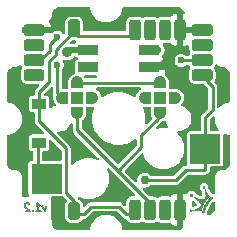
<source format=gbr>
%TF.GenerationSoftware,KiCad,Pcbnew,(6.0.11)*%
%TF.CreationDate,2023-07-28T18:25:04-04:00*%
%TF.ProjectId,amoeba-king,616d6f65-6261-42d6-9b69-6e672e6b6963,rev?*%
%TF.SameCoordinates,Original*%
%TF.FileFunction,Copper,L2,Bot*%
%TF.FilePolarity,Positive*%
%FSLAX46Y46*%
G04 Gerber Fmt 4.6, Leading zero omitted, Abs format (unit mm)*
G04 Created by KiCad (PCBNEW (6.0.11)) date 2023-07-28 18:25:04*
%MOMM*%
%LPD*%
G01*
G04 APERTURE LIST*
G04 Aperture macros list*
%AMRoundRect*
0 Rectangle with rounded corners*
0 $1 Rounding radius*
0 $2 $3 $4 $5 $6 $7 $8 $9 X,Y pos of 4 corners*
0 Add a 4 corners polygon primitive as box body*
4,1,4,$2,$3,$4,$5,$6,$7,$8,$9,$2,$3,0*
0 Add four circle primitives for the rounded corners*
1,1,$1+$1,$2,$3*
1,1,$1+$1,$4,$5*
1,1,$1+$1,$6,$7*
1,1,$1+$1,$8,$9*
0 Add four rect primitives between the rounded corners*
20,1,$1+$1,$2,$3,$4,$5,0*
20,1,$1+$1,$4,$5,$6,$7,0*
20,1,$1+$1,$6,$7,$8,$9,0*
20,1,$1+$1,$8,$9,$2,$3,0*%
%AMFreePoly0*
4,1,18,0.500000,-0.500000,0.000000,-0.500000,0.000000,-0.495033,-0.079941,-0.493568,-0.215256,-0.451293,-0.333266,-0.372738,-0.424486,-0.264219,-0.481581,-0.134460,-0.499963,0.006109,-0.478152,0.146186,-0.417904,0.274511,-0.324060,0.380769,-0.204165,0.456417,-0.067858,0.495374,0.000000,0.494959,0.000000,0.500000,0.500000,0.500000,0.500000,-0.500000,0.500000,-0.500000,$1*%
%AMFreePoly1*
4,1,19,0.000000,0.494959,0.073905,0.494508,0.209726,0.453889,0.328688,0.376782,0.421226,0.269385,0.479903,0.140333,0.500000,0.000000,0.499851,-0.012216,0.476331,-0.152017,0.414519,-0.279596,0.319384,-0.384700,0.198574,-0.458877,0.061801,-0.496166,0.000000,-0.495033,0.000000,-0.500000,-0.500000,-0.500000,-0.500000,0.500000,0.000000,0.500000,0.000000,0.494959,0.000000,0.494959,
$1*%
G04 Aperture macros list end*
%ADD10C,0.158750*%
%TA.AperFunction,NonConductor*%
%ADD11C,0.158750*%
%TD*%
%TA.AperFunction,EtchedComponent*%
%ADD12C,0.094155*%
%TD*%
%TA.AperFunction,SMDPad,CuDef*%
%ADD13R,2.550000X2.500000*%
%TD*%
%TA.AperFunction,SMDPad,CuDef*%
%ADD14RoundRect,0.250000X-0.250000X0.625000X-0.250000X-0.625000X0.250000X-0.625000X0.250000X0.625000X0*%
%TD*%
%TA.AperFunction,ComponentPad*%
%ADD15RoundRect,0.250000X-0.250000X0.250000X-0.250000X-0.250000X0.250000X-0.250000X0.250000X0.250000X0*%
%TD*%
%TA.AperFunction,ComponentPad*%
%ADD16RoundRect,0.250000X-0.250000X-0.250000X0.250000X-0.250000X0.250000X0.250000X-0.250000X0.250000X0*%
%TD*%
%TA.AperFunction,SMDPad,CuDef*%
%ADD17RoundRect,0.250000X-0.625000X-0.250000X0.625000X-0.250000X0.625000X0.250000X-0.625000X0.250000X0*%
%TD*%
%TA.AperFunction,SMDPad,CuDef*%
%ADD18FreePoly0,180.000000*%
%TD*%
%TA.AperFunction,SMDPad,CuDef*%
%ADD19R,1.000000X1.000000*%
%TD*%
%TA.AperFunction,SMDPad,CuDef*%
%ADD20FreePoly1,180.000000*%
%TD*%
%TA.AperFunction,SMDPad,CuDef*%
%ADD21FreePoly0,90.000000*%
%TD*%
%TA.AperFunction,SMDPad,CuDef*%
%ADD22FreePoly0,270.000000*%
%TD*%
%TA.AperFunction,SMDPad,CuDef*%
%ADD23RoundRect,0.250000X0.250000X-0.500000X0.250000X0.500000X-0.250000X0.500000X-0.250000X-0.500000X0*%
%TD*%
%TA.AperFunction,ComponentPad*%
%ADD24RoundRect,0.250000X0.250000X-0.250000X0.250000X0.250000X-0.250000X0.250000X-0.250000X-0.250000X0*%
%TD*%
%TA.AperFunction,SMDPad,CuDef*%
%ADD25RoundRect,0.250000X-0.250000X0.500000X-0.250000X-0.500000X0.250000X-0.500000X0.250000X0.500000X0*%
%TD*%
%TA.AperFunction,SMDPad,CuDef*%
%ADD26R,1.200000X0.900000*%
%TD*%
%TA.AperFunction,SMDPad,CuDef*%
%ADD27R,1.800000X0.820000*%
%TD*%
%TA.AperFunction,ViaPad*%
%ADD28C,0.600000*%
%TD*%
%TA.AperFunction,ViaPad*%
%ADD29C,0.889000*%
%TD*%
%TA.AperFunction,ViaPad*%
%ADD30C,0.762000*%
%TD*%
%TA.AperFunction,Conductor*%
%ADD31C,0.254000*%
%TD*%
%TA.AperFunction,Conductor*%
%ADD32C,0.508000*%
%TD*%
G04 APERTURE END LIST*
D10*
D11*
X69303843Y-176051028D02*
X69205569Y-176474361D01*
X69001462Y-176051028D01*
X68479855Y-176474361D02*
X68842712Y-176474361D01*
X68661283Y-176474361D02*
X68581908Y-175839361D01*
X68653724Y-175930076D01*
X68721759Y-175990552D01*
X68786015Y-176020790D01*
X68200152Y-176413885D02*
X68173694Y-176444123D01*
X68207712Y-176474361D01*
X68234170Y-176444123D01*
X68200152Y-176413885D01*
X68207712Y-176474361D01*
X67863754Y-175899838D02*
X67829736Y-175869600D01*
X67765480Y-175839361D01*
X67614289Y-175839361D01*
X67557593Y-175869600D01*
X67531134Y-175899838D01*
X67508456Y-175960314D01*
X67516015Y-176020790D01*
X67557593Y-176111504D01*
X67965807Y-176474361D01*
X67572712Y-176474361D01*
%TO.C,Royale*%
G36*
X82704714Y-174366818D02*
G01*
X82726299Y-174371681D01*
X82747067Y-174381022D01*
X82765520Y-174394326D01*
X82780472Y-174410557D01*
X82791767Y-174429097D01*
X82799246Y-174449319D01*
X82802751Y-174470608D01*
X82802126Y-174492340D01*
X82797212Y-174513895D01*
X82787854Y-174534652D01*
X82777654Y-174553145D01*
X82766461Y-174563914D01*
X82751791Y-174572308D01*
X82958213Y-174940314D01*
X82975843Y-174968227D01*
X82993373Y-174994814D01*
X83010793Y-175020087D01*
X83028089Y-175044061D01*
X83045253Y-175066750D01*
X83062273Y-175088168D01*
X83079138Y-175108330D01*
X83095838Y-175127251D01*
X83112364Y-175144944D01*
X83128701Y-175161424D01*
X83144841Y-175176705D01*
X83160773Y-175190802D01*
X83176486Y-175203728D01*
X83191969Y-175215498D01*
X83175507Y-175231091D01*
X83159015Y-175247082D01*
X83142503Y-175263464D01*
X83125979Y-175280234D01*
X83109451Y-175297388D01*
X83092929Y-175314922D01*
X83076421Y-175332831D01*
X83059938Y-175351111D01*
X83043485Y-175369758D01*
X83027073Y-175388768D01*
X83010711Y-175408136D01*
X82994408Y-175427858D01*
X82978172Y-175447930D01*
X82962012Y-175468346D01*
X82945936Y-175489104D01*
X82929955Y-175510200D01*
X82914075Y-175531628D01*
X82898308Y-175553384D01*
X82882660Y-175575464D01*
X82867141Y-175597865D01*
X82851760Y-175620581D01*
X82836526Y-175643608D01*
X82821446Y-175666942D01*
X82806532Y-175690579D01*
X82791790Y-175714514D01*
X82777230Y-175738745D01*
X82762860Y-175763265D01*
X82748691Y-175788070D01*
X82734729Y-175813157D01*
X82720471Y-175838485D01*
X82706562Y-175863773D01*
X82693002Y-175889020D01*
X82679791Y-175914219D01*
X82666924Y-175939365D01*
X82654404Y-175964453D01*
X82642228Y-175989476D01*
X82630394Y-176014432D01*
X82618904Y-176039313D01*
X82607755Y-176064115D01*
X82596945Y-176088834D01*
X82586475Y-176113463D01*
X82576343Y-176137997D01*
X82566546Y-176162431D01*
X82557086Y-176186759D01*
X82547962Y-176210978D01*
X82539171Y-176235082D01*
X82530713Y-176259064D01*
X82522586Y-176282920D01*
X82514789Y-176306646D01*
X82507323Y-176330235D01*
X82500185Y-176353682D01*
X82493373Y-176376983D01*
X82486889Y-176400131D01*
X82480730Y-176423123D01*
X82474894Y-176445952D01*
X82469383Y-176468613D01*
X82464194Y-176491102D01*
X82459325Y-176513413D01*
X82440832Y-176506452D01*
X82421472Y-176499708D01*
X82401200Y-176493241D01*
X82379963Y-176487110D01*
X82357714Y-176481374D01*
X82334403Y-176476093D01*
X82309983Y-176471327D01*
X82284404Y-176467133D01*
X82257615Y-176463573D01*
X82229569Y-176460706D01*
X82200218Y-176458590D01*
X82169511Y-176457285D01*
X82137399Y-176456851D01*
X82103834Y-176457347D01*
X81675846Y-176459672D01*
X81674679Y-176477664D01*
X81671309Y-176495727D01*
X81664328Y-176512693D01*
X81651032Y-176531177D01*
X81634821Y-176546209D01*
X81616314Y-176557617D01*
X81596125Y-176565225D01*
X81574871Y-176568860D01*
X81553169Y-176568348D01*
X81531636Y-176563515D01*
X81510887Y-176554186D01*
X81492415Y-176540870D01*
X81477411Y-176524609D01*
X81466046Y-176506029D01*
X81458485Y-176485759D01*
X81454897Y-176464423D01*
X81455450Y-176442649D01*
X81460313Y-176421065D01*
X81469653Y-176400297D01*
X81482957Y-176381843D01*
X81499189Y-176366891D01*
X81517728Y-176355597D01*
X81537952Y-176348118D01*
X81559240Y-176344612D01*
X81580971Y-176345238D01*
X81602527Y-176350151D01*
X81623283Y-176359510D01*
X81639692Y-176372166D01*
X81653535Y-176388695D01*
X81664723Y-176407528D01*
X81673170Y-176427099D01*
X81691346Y-176421767D01*
X81710664Y-176415997D01*
X81731034Y-176409792D01*
X81752366Y-176403157D01*
X81774573Y-176396096D01*
X81797563Y-176388616D01*
X81821248Y-176380718D01*
X81845538Y-176372409D01*
X81870345Y-176363694D01*
X81895578Y-176354575D01*
X81921148Y-176345059D01*
X81946966Y-176335150D01*
X81972942Y-176324853D01*
X81998987Y-176314172D01*
X82025011Y-176303111D01*
X82050925Y-176291676D01*
X82076641Y-176279870D01*
X82102068Y-176267700D01*
X82127116Y-176255170D01*
X82151697Y-176242281D01*
X82175721Y-176229043D01*
X82199099Y-176215458D01*
X82221740Y-176201529D01*
X82243557Y-176187263D01*
X82264460Y-176172664D01*
X82284359Y-176157737D01*
X82303164Y-176142486D01*
X82320786Y-176126916D01*
X82337137Y-176111031D01*
X82352126Y-176094836D01*
X82365663Y-176078336D01*
X82377660Y-176061534D01*
X82388029Y-176044437D01*
X82396677Y-176027048D01*
X82403517Y-176009373D01*
X82408459Y-175991415D01*
X82411414Y-175973179D01*
X82401421Y-175950293D01*
X82390761Y-175927706D01*
X82379455Y-175905415D01*
X82367527Y-175883415D01*
X82354999Y-175861706D01*
X82341891Y-175840280D01*
X82328226Y-175819138D01*
X82314028Y-175798276D01*
X82299317Y-175777690D01*
X82284116Y-175757378D01*
X82268447Y-175737334D01*
X82252333Y-175717559D01*
X82235795Y-175698047D01*
X82218855Y-175678795D01*
X82201537Y-175659801D01*
X82183861Y-175641061D01*
X82165850Y-175622571D01*
X82147526Y-175604330D01*
X82128912Y-175586333D01*
X82110029Y-175568578D01*
X82090900Y-175551061D01*
X82071547Y-175533779D01*
X82051992Y-175516729D01*
X82032257Y-175499908D01*
X82012364Y-175483313D01*
X81992336Y-175466941D01*
X81972195Y-175450787D01*
X81951962Y-175434849D01*
X81931659Y-175419124D01*
X81911311Y-175403609D01*
X81890937Y-175388302D01*
X81870561Y-175373197D01*
X81850205Y-175358292D01*
X81829890Y-175343585D01*
X81809638Y-175329071D01*
X81789473Y-175314748D01*
X81769416Y-175300613D01*
X81749490Y-175286662D01*
X81729716Y-175272892D01*
X81713992Y-175291859D01*
X81702220Y-175303486D01*
X81686399Y-175313222D01*
X81667293Y-175320614D01*
X81645665Y-175325209D01*
X81622278Y-175326549D01*
X81597895Y-175324183D01*
X81573281Y-175317655D01*
X81549197Y-175306509D01*
X81529703Y-175293050D01*
X81513086Y-175277077D01*
X81499452Y-175258996D01*
X81488903Y-175239216D01*
X81481547Y-175218145D01*
X81477487Y-175196191D01*
X81476827Y-175173761D01*
X81479674Y-175151264D01*
X81486131Y-175129107D01*
X81496304Y-175107700D01*
X81509757Y-175088187D01*
X81525716Y-175071516D01*
X81543776Y-175057803D01*
X81563530Y-175047159D01*
X81584573Y-175039698D01*
X81606500Y-175035533D01*
X81628904Y-175034778D01*
X81651379Y-175037546D01*
X81673521Y-175043949D01*
X81694924Y-175054102D01*
X81714523Y-175067699D01*
X81731057Y-175083842D01*
X81744454Y-175102113D01*
X81754645Y-175122099D01*
X81761558Y-175143383D01*
X81765121Y-175165551D01*
X81765267Y-175188186D01*
X81761923Y-175210875D01*
X81755019Y-175233201D01*
X81780417Y-175245007D01*
X81806119Y-175256889D01*
X81832093Y-175268812D01*
X81858309Y-175280749D01*
X81884734Y-175292669D01*
X81911338Y-175304540D01*
X81938088Y-175316332D01*
X81964955Y-175328014D01*
X81991906Y-175339556D01*
X82018911Y-175350926D01*
X82045936Y-175362095D01*
X82072953Y-175373032D01*
X82099929Y-175383706D01*
X82126832Y-175394085D01*
X82153633Y-175404141D01*
X82180298Y-175413841D01*
X82206798Y-175423156D01*
X82233100Y-175432055D01*
X82259173Y-175440506D01*
X82284987Y-175448480D01*
X82310508Y-175455945D01*
X82335708Y-175462872D01*
X82360554Y-175469228D01*
X82385013Y-175474985D01*
X82409056Y-175480110D01*
X82432653Y-175484575D01*
X82455769Y-175488346D01*
X82478374Y-175491394D01*
X82500438Y-175493689D01*
X82521929Y-175495200D01*
X82542815Y-175495896D01*
X82563065Y-175495746D01*
X82582647Y-175494720D01*
X82601532Y-175492788D01*
X82619687Y-175489918D01*
X82637080Y-175486079D01*
X82653681Y-175481242D01*
X82669458Y-175475374D01*
X82684381Y-175468447D01*
X82698416Y-175460429D01*
X82711534Y-175451289D01*
X82725326Y-175439606D01*
X82737890Y-175426366D01*
X82749268Y-175411649D01*
X82759499Y-175395531D01*
X82768624Y-175378090D01*
X82776685Y-175359404D01*
X82783720Y-175339550D01*
X82789771Y-175318605D01*
X82794878Y-175296646D01*
X82799081Y-175273752D01*
X82802421Y-175249999D01*
X82804939Y-175225465D01*
X82806674Y-175200228D01*
X82807668Y-175174365D01*
X82807961Y-175147953D01*
X82807592Y-175121071D01*
X82806604Y-175093795D01*
X82805035Y-175066203D01*
X82802927Y-175038372D01*
X82800320Y-175010379D01*
X82797254Y-174982304D01*
X82793771Y-174954222D01*
X82789910Y-174926212D01*
X82785711Y-174898350D01*
X82781216Y-174870713D01*
X82776465Y-174843381D01*
X82771497Y-174816429D01*
X82766354Y-174789937D01*
X82761076Y-174763980D01*
X82755704Y-174738637D01*
X82750279Y-174713984D01*
X82744839Y-174690100D01*
X82739426Y-174667062D01*
X82734081Y-174644947D01*
X82728843Y-174623833D01*
X82723753Y-174603797D01*
X82718853Y-174584918D01*
X82697827Y-174588695D01*
X82676401Y-174588778D01*
X82655156Y-174584625D01*
X82634671Y-174575697D01*
X82616187Y-174562401D01*
X82601154Y-174546190D01*
X82589746Y-174527682D01*
X82582139Y-174507494D01*
X82578504Y-174486240D01*
X82579016Y-174464538D01*
X82583849Y-174443005D01*
X82593178Y-174422255D01*
X82606493Y-174403784D01*
X82622755Y-174388780D01*
X82641334Y-174377414D01*
X82661606Y-174369853D01*
X82682940Y-174366266D01*
X82704714Y-174366818D01*
G37*
G36*
X83271977Y-175293494D02*
G01*
X83288950Y-175310041D01*
X83306147Y-175324932D01*
X83323941Y-175338626D01*
X83342705Y-175351588D01*
X83326687Y-175366917D01*
X83310631Y-175382638D01*
X83294544Y-175398744D01*
X83278436Y-175415235D01*
X83262313Y-175432107D01*
X83246185Y-175449354D01*
X83230060Y-175466977D01*
X83213947Y-175484970D01*
X83197853Y-175503328D01*
X83181788Y-175522052D01*
X83165759Y-175541137D01*
X83149775Y-175560578D01*
X83133845Y-175580374D01*
X83117976Y-175600520D01*
X83102178Y-175621013D01*
X83086459Y-175641852D01*
X83070826Y-175663031D01*
X83055288Y-175684546D01*
X83039855Y-175706397D01*
X83024533Y-175728579D01*
X83009332Y-175751088D01*
X82994261Y-175773923D01*
X82979326Y-175797078D01*
X82964538Y-175820550D01*
X82949903Y-175844338D01*
X82935431Y-175868438D01*
X82921130Y-175892844D01*
X82907009Y-175917556D01*
X82893146Y-175942405D01*
X82879620Y-175967222D01*
X82866431Y-175992002D01*
X82853578Y-176016740D01*
X82841063Y-176041427D01*
X82828884Y-176066058D01*
X82817042Y-176090628D01*
X82805537Y-176115130D01*
X82794370Y-176139557D01*
X82783541Y-176163905D01*
X82773049Y-176188165D01*
X82762895Y-176212333D01*
X82753079Y-176236402D01*
X82743602Y-176260365D01*
X82734463Y-176284219D01*
X82725661Y-176307953D01*
X82717199Y-176331565D01*
X82709076Y-176355047D01*
X82701292Y-176378393D01*
X82693847Y-176401597D01*
X82686742Y-176424654D01*
X82679975Y-176447556D01*
X82673548Y-176470297D01*
X82667461Y-176492872D01*
X82661714Y-176515274D01*
X82656307Y-176537496D01*
X82651241Y-176559535D01*
X82646514Y-176581382D01*
X82627393Y-176572547D01*
X82607184Y-176564974D01*
X82585838Y-176558425D01*
X82563309Y-176552663D01*
X82539548Y-176547451D01*
X82543466Y-176525868D01*
X82547769Y-176504058D01*
X82552454Y-176482025D01*
X82557518Y-176459778D01*
X82562958Y-176437325D01*
X82568773Y-176414671D01*
X82574960Y-176391826D01*
X82581516Y-176368796D01*
X82588438Y-176345589D01*
X82595724Y-176322213D01*
X82603372Y-176298674D01*
X82611380Y-176274980D01*
X82619743Y-176251139D01*
X82628460Y-176227158D01*
X82637530Y-176203043D01*
X82646948Y-176178803D01*
X82656713Y-176154445D01*
X82666821Y-176129977D01*
X82677270Y-176105405D01*
X82688059Y-176080738D01*
X82699183Y-176055982D01*
X82710643Y-176031145D01*
X82722433Y-176006235D01*
X82734550Y-175981259D01*
X82746995Y-175956223D01*
X82759764Y-175931136D01*
X82772854Y-175906005D01*
X82786263Y-175880838D01*
X82799987Y-175855641D01*
X82814060Y-175831090D01*
X82828294Y-175806791D01*
X82842686Y-175782752D01*
X82857230Y-175758982D01*
X82871921Y-175735486D01*
X82886752Y-175712274D01*
X82901720Y-175689354D01*
X82916819Y-175666732D01*
X82932043Y-175644419D01*
X82947388Y-175622420D01*
X82962848Y-175600745D01*
X82978418Y-175579401D01*
X82994093Y-175558395D01*
X83009867Y-175537736D01*
X83025736Y-175517431D01*
X83041693Y-175497490D01*
X83057734Y-175477918D01*
X83073854Y-175458725D01*
X83090047Y-175439918D01*
X83106308Y-175421506D01*
X83122631Y-175403494D01*
X83139013Y-175385893D01*
X83155447Y-175368710D01*
X83171928Y-175351952D01*
X83188450Y-175335629D01*
X83205009Y-175319746D01*
X83221601Y-175304312D01*
X83238217Y-175289336D01*
X83254856Y-175274825D01*
X83271977Y-175293494D01*
G37*
D12*
X83271977Y-175293494D02*
X83288950Y-175310041D01*
X83306147Y-175324932D01*
X83323941Y-175338626D01*
X83342705Y-175351588D01*
X83326687Y-175366917D01*
X83310631Y-175382638D01*
X83294544Y-175398744D01*
X83278436Y-175415235D01*
X83262313Y-175432107D01*
X83246185Y-175449354D01*
X83230060Y-175466977D01*
X83213947Y-175484970D01*
X83197853Y-175503328D01*
X83181788Y-175522052D01*
X83165759Y-175541137D01*
X83149775Y-175560578D01*
X83133845Y-175580374D01*
X83117976Y-175600520D01*
X83102178Y-175621013D01*
X83086459Y-175641852D01*
X83070826Y-175663031D01*
X83055288Y-175684546D01*
X83039855Y-175706397D01*
X83024533Y-175728579D01*
X83009332Y-175751088D01*
X82994261Y-175773923D01*
X82979326Y-175797078D01*
X82964538Y-175820550D01*
X82949903Y-175844338D01*
X82935431Y-175868438D01*
X82921130Y-175892844D01*
X82907009Y-175917556D01*
X82893146Y-175942405D01*
X82879620Y-175967222D01*
X82866431Y-175992002D01*
X82853578Y-176016740D01*
X82841063Y-176041427D01*
X82828884Y-176066058D01*
X82817042Y-176090628D01*
X82805537Y-176115130D01*
X82794370Y-176139557D01*
X82783541Y-176163905D01*
X82773049Y-176188165D01*
X82762895Y-176212333D01*
X82753079Y-176236402D01*
X82743602Y-176260365D01*
X82734463Y-176284219D01*
X82725661Y-176307953D01*
X82717199Y-176331565D01*
X82709076Y-176355047D01*
X82701292Y-176378393D01*
X82693847Y-176401597D01*
X82686742Y-176424654D01*
X82679975Y-176447556D01*
X82673548Y-176470297D01*
X82667461Y-176492872D01*
X82661714Y-176515274D01*
X82656307Y-176537496D01*
X82651241Y-176559535D01*
X82646514Y-176581382D01*
X82627393Y-176572547D01*
X82607184Y-176564974D01*
X82585838Y-176558425D01*
X82563309Y-176552663D01*
X82539548Y-176547451D01*
X82543466Y-176525868D01*
X82547769Y-176504058D01*
X82552454Y-176482025D01*
X82557518Y-176459778D01*
X82562958Y-176437325D01*
X82568773Y-176414671D01*
X82574960Y-176391826D01*
X82581516Y-176368796D01*
X82588438Y-176345589D01*
X82595724Y-176322213D01*
X82603372Y-176298674D01*
X82611380Y-176274980D01*
X82619743Y-176251139D01*
X82628460Y-176227158D01*
X82637530Y-176203043D01*
X82646948Y-176178803D01*
X82656713Y-176154445D01*
X82666821Y-176129977D01*
X82677270Y-176105405D01*
X82688059Y-176080738D01*
X82699183Y-176055982D01*
X82710643Y-176031145D01*
X82722433Y-176006235D01*
X82734550Y-175981259D01*
X82746995Y-175956223D01*
X82759764Y-175931136D01*
X82772854Y-175906005D01*
X82786263Y-175880838D01*
X82799987Y-175855641D01*
X82814060Y-175831090D01*
X82828294Y-175806791D01*
X82842686Y-175782752D01*
X82857230Y-175758982D01*
X82871921Y-175735486D01*
X82886752Y-175712274D01*
X82901720Y-175689354D01*
X82916819Y-175666732D01*
X82932043Y-175644419D01*
X82947388Y-175622420D01*
X82962848Y-175600745D01*
X82978418Y-175579401D01*
X82994093Y-175558395D01*
X83009867Y-175537736D01*
X83025736Y-175517431D01*
X83041693Y-175497490D01*
X83057734Y-175477918D01*
X83073854Y-175458725D01*
X83090047Y-175439918D01*
X83106308Y-175421506D01*
X83122631Y-175403494D01*
X83139013Y-175385893D01*
X83155447Y-175368710D01*
X83171928Y-175351952D01*
X83188450Y-175335629D01*
X83205009Y-175319746D01*
X83221601Y-175304312D01*
X83238217Y-175289336D01*
X83254856Y-175274825D01*
X83271977Y-175293494D01*
%TD*%
D13*
%TO.P,S1,1*%
%TO.N,/R*%
X82798000Y-171196000D03*
%TO.P,S1,2*%
%TO.N,Net-(D1-Pad2)*%
X69348000Y-173736000D03*
%TD*%
D14*
%TO.P,J2,1,Pin_1*%
%TO.N,/C*%
X76835000Y-161157000D03*
D15*
X76835000Y-160782000D03*
D14*
%TO.P,J2,2,Pin_2*%
%TO.N,Net-(J2-Pad2)*%
X78105000Y-161157000D03*
D15*
X78105000Y-160782000D03*
D14*
%TO.P,J2,3,Pin_3*%
%TO.N,/VDD*%
X79375000Y-161157000D03*
D15*
X79375000Y-160782000D03*
%TO.P,J2,4,Pin_4*%
%TO.N,/GND*%
X80645000Y-160782000D03*
D14*
X80645000Y-161157000D03*
%TD*%
D16*
%TO.P,J3,1,Pin_1*%
%TO.N,/R*%
X67945000Y-164973000D03*
D17*
X68320000Y-164973000D03*
%TO.P,J3,2,Pin_2*%
%TO.N,Net-(J3-Pad2)*%
X68320000Y-163703000D03*
D16*
X67945000Y-163703000D03*
%TO.P,J3,3,Pin_3*%
%TO.N,/VDD*%
X67945000Y-162433000D03*
D17*
X68320000Y-162433000D03*
%TO.P,J3,4,Pin_4*%
%TO.N,/GND*%
X68320000Y-161163000D03*
D16*
X67945000Y-161163000D03*
%TD*%
D18*
%TO.P,JP2,1,A*%
%TO.N,Net-(J1-Pad2)*%
X73227400Y-166878000D03*
D19*
%TO.P,JP2,2,C*%
%TO.N,/DOUT*%
X71947400Y-166878000D03*
D20*
%TO.P,JP2,3,B*%
%TO.N,Net-(J3-Pad2)*%
X70667400Y-166878000D03*
D21*
%TO.P,JP2,4,D*%
%TO.N,Net-(J4-Pad2)*%
X71947400Y-168158000D03*
D22*
%TO.P,JP2,5,E*%
%TO.N,Net-(J2-Pad2)*%
X71947400Y-165598000D03*
%TD*%
D23*
%TO.P,J5,1,Pin_1*%
%TO.N,/C*%
X71678800Y-176508600D03*
D24*
X71678800Y-176758600D03*
%TD*%
D15*
%TO.P,J6,1,Pin_1*%
%TO.N,/C*%
X71678800Y-160782000D03*
D25*
X71678800Y-161032000D03*
%TD*%
D18*
%TO.P,JP1,1,A*%
%TO.N,Net-(J1-Pad2)*%
X80223200Y-166878000D03*
D19*
%TO.P,JP1,2,C*%
%TO.N,/DIN*%
X78943200Y-166878000D03*
D20*
%TO.P,JP1,3,B*%
%TO.N,Net-(J3-Pad2)*%
X77663200Y-166878000D03*
D21*
%TO.P,JP1,4,D*%
%TO.N,Net-(J4-Pad2)*%
X78943200Y-168158000D03*
D22*
%TO.P,JP1,5,E*%
%TO.N,Net-(J2-Pad2)*%
X78943200Y-165598000D03*
%TD*%
D16*
%TO.P,J1,1,Pin_1*%
%TO.N,/R*%
X82905600Y-164973000D03*
D17*
X82530600Y-164973000D03*
%TO.P,J1,2,Pin_2*%
%TO.N,Net-(J1-Pad2)*%
X82530600Y-163703000D03*
D16*
X82905600Y-163703000D03*
D17*
%TO.P,J1,3,Pin_3*%
%TO.N,/VDD*%
X82530600Y-162433000D03*
D16*
X82905600Y-162433000D03*
D17*
%TO.P,J1,4,Pin_4*%
%TO.N,/GND*%
X82530600Y-161163000D03*
D16*
X82905600Y-161163000D03*
%TD*%
D26*
%TO.P,D1,1,K*%
%TO.N,/C*%
X68719700Y-167411400D03*
%TO.P,D1,2,A*%
%TO.N,Net-(D1-Pad2)*%
X68719700Y-170711400D03*
%TD*%
D14*
%TO.P,J4,1,Pin_1*%
%TO.N,/C*%
X76835000Y-176383600D03*
D15*
X76835000Y-176758600D03*
D14*
%TO.P,J4,2,Pin_2*%
%TO.N,Net-(J4-Pad2)*%
X78105000Y-176383600D03*
D15*
X78105000Y-176758600D03*
%TO.P,J4,3,Pin_3*%
%TO.N,/VDD*%
X79375000Y-176758600D03*
D14*
X79375000Y-176383600D03*
D15*
%TO.P,J4,4,Pin_4*%
%TO.N,/GND*%
X80645000Y-176758600D03*
D14*
X80645000Y-176383600D03*
%TD*%
D27*
%TO.P,LED1,1,VDD*%
%TO.N,/VDD*%
X72888000Y-162826000D03*
%TO.P,LED1,2,DOUT*%
%TO.N,/DOUT*%
X72888000Y-164326000D03*
%TO.P,LED1,3,VSS*%
%TO.N,/GND*%
X77988000Y-164326000D03*
%TO.P,LED1,4,DIN*%
%TO.N,/DIN*%
X77988000Y-162826000D03*
%TD*%
D28*
%TO.N,/DIN*%
X78943200Y-166878000D03*
X78785500Y-162839400D03*
%TO.N,Net-(J1-Pad2)*%
X80213200Y-166878000D03*
X80747222Y-163733078D03*
X73101200Y-166878000D03*
%TO.N,/DOUT*%
X71947400Y-166878000D03*
X72339200Y-164338000D03*
D29*
%TO.N,/GND*%
X82575400Y-166903400D03*
X81254600Y-174244000D03*
D30*
%TO.N,/R*%
X77647800Y-173888400D03*
D28*
%TO.N,Net-(J3-Pad2)*%
X70253460Y-161744260D03*
X77813957Y-166715142D03*
X70256500Y-164084000D03*
D29*
%TO.N,/VDD*%
X71094802Y-163032726D03*
D28*
%TO.N,Net-(J2-Pad2)*%
X78917800Y-165608000D03*
%TD*%
D31*
%TO.N,Net-(J1-Pad2)*%
X80777300Y-163703000D02*
X82905600Y-163703000D01*
%TO.N,/DOUT*%
X72876000Y-164338000D02*
X72888000Y-164326000D01*
%TO.N,/C*%
X71678800Y-161282000D02*
X72031290Y-161634490D01*
X71678800Y-161281294D02*
X71678800Y-160782000D01*
X70129400Y-163245800D02*
X70129400Y-162830694D01*
X76482510Y-161634490D02*
X76835000Y-161282000D01*
X68719700Y-166433500D02*
X69576000Y-165577200D01*
X68719700Y-167411400D02*
X68719700Y-166433500D01*
X70129400Y-162830694D02*
X71678800Y-161281294D01*
X76111100Y-176758600D02*
X75463400Y-176110900D01*
X69576000Y-163799200D02*
X70129400Y-163245800D01*
X69576000Y-165577200D02*
X69576000Y-163799200D01*
X73152000Y-176110900D02*
X72504300Y-176758600D01*
X72504300Y-176758600D02*
X71678800Y-176758600D01*
X76835000Y-176758600D02*
X76111100Y-176758600D01*
X71678800Y-175641000D02*
X71029400Y-174991600D01*
X71678800Y-176758600D02*
X71678800Y-175641000D01*
X75463400Y-176110900D02*
X73152000Y-176110900D01*
X68719700Y-168899398D02*
X68719700Y-167411400D01*
X71029400Y-174991600D02*
X71004000Y-174991600D01*
X71004000Y-171183698D02*
X68719700Y-168899398D01*
X72031290Y-161634490D02*
X76482510Y-161634490D01*
X71004000Y-174991600D02*
X71004000Y-171183698D01*
D32*
%TO.N,/GND*%
X79109332Y-164065190D02*
X79067661Y-164106861D01*
X79425800Y-164065190D02*
X79109332Y-164065190D01*
X80645000Y-174853600D02*
X81254600Y-174244000D01*
X80645000Y-162529522D02*
X79425800Y-163748722D01*
X82905600Y-161163000D02*
X81026000Y-161163000D01*
X82130901Y-166458901D02*
X81819511Y-166458901D01*
X82575400Y-166903400D02*
X82130901Y-166458901D01*
X79067661Y-164106861D02*
X79425800Y-163748722D01*
X81026000Y-161163000D02*
X80645000Y-160782000D01*
X79425800Y-164065190D02*
X79425800Y-163748722D01*
X80645000Y-176758600D02*
X80645000Y-174853600D01*
X80645000Y-160782000D02*
X80645000Y-162529522D01*
X81819511Y-166458901D02*
X79425800Y-164065190D01*
X78816200Y-164293678D02*
X78848522Y-164326000D01*
X78848522Y-164326000D02*
X79067661Y-164106861D01*
D31*
%TO.N,/R*%
X77647800Y-173888400D02*
X80289400Y-173888400D01*
X82753200Y-173024800D02*
X82798000Y-172980000D01*
X82905600Y-164973000D02*
X82905600Y-165473000D01*
X80289400Y-173888400D02*
X81153000Y-173024800D01*
X83400901Y-167957294D02*
X82798000Y-168560195D01*
X82798000Y-172980000D02*
X82798000Y-171196000D01*
X82798000Y-169692000D02*
X82798000Y-171196000D01*
X83400901Y-165968301D02*
X83400901Y-167957294D01*
X82905600Y-165473000D02*
X83400901Y-165968301D01*
X82798000Y-168560195D02*
X82798000Y-169692000D01*
X81153000Y-173024800D02*
X82753200Y-173024800D01*
%TO.N,Net-(D1-Pad2)*%
X68592700Y-172821600D02*
X68592700Y-171714700D01*
X68592700Y-170762200D02*
X68592700Y-171714700D01*
X69348000Y-173736000D02*
X69348000Y-173576900D01*
X69348000Y-173576900D02*
X68592700Y-172821600D01*
%TO.N,Net-(J3-Pad2)*%
X70256500Y-164084000D02*
X70256500Y-166467100D01*
X69621400Y-162376320D02*
X69621400Y-162898969D01*
X70256500Y-166467100D02*
X70667400Y-166878000D01*
X70637400Y-166827200D02*
X70637400Y-166878000D01*
X70916799Y-166547801D02*
X70637400Y-166827200D01*
X69621400Y-162898969D02*
X68817369Y-163703000D01*
X70253460Y-161744260D02*
X69621400Y-162376320D01*
X68817369Y-163703000D02*
X67945000Y-163703000D01*
%TO.N,Net-(J4-Pad2)*%
X75387609Y-173089791D02*
X77370999Y-171106401D01*
X71947400Y-169649582D02*
X72212609Y-169914791D01*
X71947400Y-168158000D02*
X71947400Y-169649582D01*
X75387609Y-173089791D02*
X78105000Y-175807182D01*
X72212609Y-169914791D02*
X75387609Y-173089791D01*
X78943200Y-168158000D02*
X79049400Y-168158000D01*
X79049400Y-168158000D02*
X79059400Y-168148000D01*
X77370999Y-171106401D02*
X77370999Y-170090401D01*
X77370999Y-170090401D02*
X78805400Y-168656000D01*
X78105000Y-175807182D02*
X78105000Y-176758600D01*
X71932800Y-168903082D02*
X71932800Y-167944800D01*
X71932800Y-169634982D02*
X72212609Y-169914791D01*
D32*
%TO.N,/VDD*%
X71094802Y-163032726D02*
X71288128Y-162839400D01*
X71288128Y-162839400D02*
X72874600Y-162839400D01*
D31*
%TO.N,Net-(J2-Pad2)*%
X71947400Y-165598000D02*
X71982800Y-165633400D01*
X71982800Y-165633400D02*
X78892400Y-165633400D01*
%TD*%
%TA.AperFunction,Conductor*%
%TO.N,/GND*%
G36*
X84466267Y-169934663D02*
G01*
X84512722Y-169955040D01*
X84512730Y-169955043D01*
X84516474Y-169956685D01*
X84520436Y-169957688D01*
X84520435Y-169957688D01*
X84718517Y-170007849D01*
X84736650Y-170012441D01*
X84740727Y-170012779D01*
X84740728Y-170012779D01*
X84750995Y-170013630D01*
X84771676Y-170015343D01*
X84828105Y-170038991D01*
X84859859Y-170091291D01*
X84862500Y-170114005D01*
X84862500Y-172434403D01*
X84862174Y-172436461D01*
X84862174Y-172451088D01*
X84857328Y-172466000D01*
X84859877Y-172473846D01*
X84858677Y-172477538D01*
X84861168Y-172477819D01*
X84854643Y-172535736D01*
X84850348Y-172573853D01*
X84845414Y-172595467D01*
X84813251Y-172687383D01*
X84803633Y-172707356D01*
X84751825Y-172789808D01*
X84738003Y-172807141D01*
X84669141Y-172876003D01*
X84651808Y-172889825D01*
X84569356Y-172941633D01*
X84549383Y-172951251D01*
X84457467Y-172983414D01*
X84435854Y-172988348D01*
X84339819Y-172999168D01*
X84339667Y-172997818D01*
X84337264Y-172998338D01*
X84328000Y-172995328D01*
X84320875Y-172997643D01*
X84183817Y-173011142D01*
X84179165Y-173012553D01*
X84179161Y-173012554D01*
X84049831Y-173051786D01*
X84049828Y-173051787D01*
X84045174Y-173053199D01*
X83917401Y-173121495D01*
X83805406Y-173213406D01*
X83713495Y-173325401D01*
X83711203Y-173329689D01*
X83693477Y-173362853D01*
X83645199Y-173453174D01*
X83643787Y-173457828D01*
X83643786Y-173457831D01*
X83604941Y-173585888D01*
X83603142Y-173591817D01*
X83589643Y-173728877D01*
X83587328Y-173736000D01*
X83592175Y-173750916D01*
X83592174Y-173765539D01*
X83592500Y-173767597D01*
X83592500Y-174948416D01*
X83573593Y-175006607D01*
X83524093Y-175042571D01*
X83462907Y-175042571D01*
X83439163Y-175028317D01*
X83437991Y-175030094D01*
X83430360Y-175025061D01*
X83423780Y-175018716D01*
X83415356Y-175015165D01*
X83411353Y-175012525D01*
X83402766Y-175007589D01*
X83398468Y-175005458D01*
X83391159Y-174999964D01*
X83367051Y-174993130D01*
X83360793Y-174991356D01*
X83349339Y-174987335D01*
X83320257Y-174975076D01*
X83320885Y-174973587D01*
X83276793Y-174947676D01*
X83276678Y-174947545D01*
X83273026Y-174943407D01*
X83271323Y-174941424D01*
X83260338Y-174928292D01*
X83258763Y-174926361D01*
X83247138Y-174911731D01*
X83245697Y-174909872D01*
X83233453Y-174893688D01*
X83232117Y-174891880D01*
X83229524Y-174888285D01*
X83219410Y-174874266D01*
X83218188Y-174872534D01*
X83216945Y-174870730D01*
X83204966Y-174853351D01*
X83203838Y-174851678D01*
X83201609Y-174848297D01*
X83190216Y-174831018D01*
X83189175Y-174829404D01*
X83178308Y-174812198D01*
X83175667Y-174807765D01*
X83063275Y-174607392D01*
X83057780Y-174579868D01*
X83050695Y-174563156D01*
X83051684Y-174549326D01*
X83051297Y-174547390D01*
X83052189Y-174542262D01*
X83052333Y-174540248D01*
X83054111Y-174532557D01*
X83055432Y-174529645D01*
X83055541Y-174526373D01*
X83056575Y-174521899D01*
X83055998Y-174518447D01*
X83056536Y-174499103D01*
X83057124Y-174478674D01*
X83057643Y-174463046D01*
X83058540Y-174459295D01*
X83057900Y-174455278D01*
X83057943Y-174453998D01*
X83057850Y-174453432D01*
X83057866Y-174452868D01*
X83057828Y-174452645D01*
X83057935Y-174448809D01*
X83056579Y-174445259D01*
X83053827Y-174428995D01*
X83053785Y-174428740D01*
X83050472Y-174408613D01*
X83050430Y-174408355D01*
X83048000Y-174393094D01*
X83048164Y-174389172D01*
X83046767Y-174385356D01*
X83046639Y-174384549D01*
X83046404Y-174383912D01*
X83046293Y-174383241D01*
X83045918Y-174382244D01*
X83045241Y-174378240D01*
X83043177Y-174374949D01*
X83041353Y-174370095D01*
X83037733Y-174360467D01*
X83037661Y-174360275D01*
X83030686Y-174341414D01*
X83024671Y-174324978D01*
X83024074Y-174321164D01*
X83021849Y-174317520D01*
X83021770Y-174317305D01*
X83021101Y-174316215D01*
X83019664Y-174312392D01*
X83017017Y-174309564D01*
X83015259Y-174306699D01*
X83012702Y-174302535D01*
X83012572Y-174302322D01*
X82997825Y-174278163D01*
X82997784Y-174278096D01*
X82992790Y-174269900D01*
X82987486Y-174261194D01*
X82986271Y-174257936D01*
X82983484Y-174254943D01*
X82982170Y-174252803D01*
X82980079Y-174251286D01*
X82954630Y-174223957D01*
X82954294Y-174223593D01*
X82943969Y-174212365D01*
X82943965Y-174212362D01*
X82937036Y-174204827D01*
X82935967Y-174203118D01*
X82934511Y-174202080D01*
X82933541Y-174201026D01*
X82932076Y-174200346D01*
X82905219Y-174181213D01*
X82904560Y-174180738D01*
X82876410Y-174160211D01*
X82875862Y-174159634D01*
X82875241Y-174159358D01*
X82874562Y-174158863D01*
X82873604Y-174158631D01*
X82867070Y-174155729D01*
X82867068Y-174155728D01*
X82842582Y-174144854D01*
X82841646Y-174144432D01*
X82821057Y-174135031D01*
X82821055Y-174135030D01*
X82811393Y-174130619D01*
X82810059Y-174129678D01*
X82808623Y-174129354D01*
X82806719Y-174128485D01*
X82804427Y-174128403D01*
X82782887Y-174123551D01*
X82743607Y-174114506D01*
X82741116Y-174113386D01*
X82738391Y-174113305D01*
X82734075Y-174112311D01*
X82730620Y-174112891D01*
X82724935Y-174112747D01*
X82713372Y-174112455D01*
X82713366Y-174112455D01*
X82690046Y-174111864D01*
X82689608Y-174111852D01*
X82681445Y-174111609D01*
X82681444Y-174111609D01*
X82674558Y-174111404D01*
X82670868Y-174110532D01*
X82666896Y-174111176D01*
X82665461Y-174111133D01*
X82664905Y-174111227D01*
X82664331Y-174111212D01*
X82664306Y-174111216D01*
X82660531Y-174111121D01*
X82657011Y-174112476D01*
X82640003Y-174115413D01*
X82620367Y-174118715D01*
X82620090Y-174118760D01*
X82604756Y-174121245D01*
X82600934Y-174121092D01*
X82597185Y-174122472D01*
X82596154Y-174122639D01*
X82595439Y-174122906D01*
X82594688Y-174123032D01*
X82593690Y-174123411D01*
X82589747Y-174124092D01*
X82586513Y-174126137D01*
X82583558Y-174127259D01*
X82572160Y-174131587D01*
X82571608Y-174131794D01*
X82552999Y-174138734D01*
X82552605Y-174138880D01*
X82543795Y-174142123D01*
X82543793Y-174142124D01*
X82536901Y-174144661D01*
X82533172Y-174145248D01*
X82529945Y-174147221D01*
X82529905Y-174147236D01*
X82529434Y-174147524D01*
X82528909Y-174147720D01*
X82527685Y-174148476D01*
X82523930Y-174149902D01*
X82521176Y-174152497D01*
X82518575Y-174154104D01*
X82518574Y-174154104D01*
X82508063Y-174160597D01*
X82507826Y-174160743D01*
X82489112Y-174172191D01*
X82473365Y-174181820D01*
X82470088Y-174183043D01*
X82466861Y-174186049D01*
X82464516Y-174187497D01*
X82462902Y-174189736D01*
X82459811Y-174192614D01*
X82459810Y-174192615D01*
X82433622Y-174217004D01*
X82433329Y-174217276D01*
X82417196Y-174232161D01*
X82415245Y-174233382D01*
X82414016Y-174235108D01*
X82412941Y-174236100D01*
X82412261Y-174237571D01*
X82408947Y-174242224D01*
X82392874Y-174264793D01*
X82392272Y-174265629D01*
X82386889Y-174273024D01*
X82372395Y-174292933D01*
X82371681Y-174293613D01*
X82371340Y-174294382D01*
X82370945Y-174294925D01*
X82370761Y-174295690D01*
X82359473Y-174321164D01*
X82356746Y-174327318D01*
X82356294Y-174328322D01*
X82347076Y-174348514D01*
X82347075Y-174348517D01*
X82342605Y-174358309D01*
X82341691Y-174359610D01*
X82341383Y-174360986D01*
X82340637Y-174362621D01*
X82340565Y-174364647D01*
X82335083Y-174389172D01*
X82335064Y-174389255D01*
X82334933Y-174389834D01*
X82326518Y-174426405D01*
X82325461Y-174428774D01*
X82325393Y-174431293D01*
X82324478Y-174435270D01*
X82325055Y-174438701D01*
X82324603Y-174457842D01*
X82324601Y-174457924D01*
X82324309Y-174469893D01*
X82323888Y-174487105D01*
X82323666Y-174495334D01*
X82322789Y-174499103D01*
X82323456Y-174503134D01*
X82323421Y-174504435D01*
X82323459Y-174504659D01*
X82323355Y-174508927D01*
X82324747Y-174512534D01*
X82327715Y-174529546D01*
X82331158Y-174549674D01*
X82333703Y-174565058D01*
X82333561Y-174568941D01*
X82334976Y-174572745D01*
X82335146Y-174573775D01*
X82335390Y-174574423D01*
X82335507Y-174575106D01*
X82335798Y-174575867D01*
X82336495Y-174579859D01*
X82338594Y-174583167D01*
X82339740Y-174586159D01*
X82339740Y-174586160D01*
X82344137Y-174597642D01*
X82344325Y-174598136D01*
X82351290Y-174616618D01*
X82351442Y-174617025D01*
X82354717Y-174625832D01*
X82354719Y-174625835D01*
X82357250Y-174632642D01*
X82357849Y-174636388D01*
X82359857Y-174639653D01*
X82359942Y-174639882D01*
X82360235Y-174640357D01*
X82360431Y-174640878D01*
X82361119Y-174641983D01*
X82362576Y-174645788D01*
X82365230Y-174648590D01*
X82373183Y-174661367D01*
X82373412Y-174661735D01*
X82384436Y-174679620D01*
X82384419Y-174679631D01*
X82384490Y-174679708D01*
X82394358Y-174695755D01*
X82395584Y-174699029D01*
X82398702Y-174702370D01*
X82400424Y-174705137D01*
X82403016Y-174706993D01*
X82405574Y-174709734D01*
X82405576Y-174709738D01*
X82429742Y-174735633D01*
X82429953Y-174735859D01*
X82446554Y-174753760D01*
X82447858Y-174755791D01*
X82455864Y-174761355D01*
X82455865Y-174761356D01*
X82475631Y-174775093D01*
X82512625Y-174823829D01*
X82516148Y-174836667D01*
X82516657Y-174839171D01*
X82516785Y-174839812D01*
X82519616Y-174854391D01*
X82521338Y-174863262D01*
X82521512Y-174864185D01*
X82525861Y-174887782D01*
X82526038Y-174888769D01*
X82529707Y-174909872D01*
X82530146Y-174912399D01*
X82530313Y-174913393D01*
X82534208Y-174937339D01*
X82534331Y-174938123D01*
X82537931Y-174962009D01*
X82538091Y-174963120D01*
X82541343Y-174986707D01*
X82541484Y-174987780D01*
X82544383Y-175011161D01*
X82544529Y-175012417D01*
X82545237Y-175018892D01*
X82547017Y-175035190D01*
X82547175Y-175036759D01*
X82549242Y-175058951D01*
X82549386Y-175060650D01*
X82551016Y-175082176D01*
X82551132Y-175083924D01*
X82552010Y-175099364D01*
X82552307Y-175104588D01*
X82552402Y-175106628D01*
X82553049Y-175124510D01*
X82536258Y-175183347D01*
X82488091Y-175221077D01*
X82431431Y-175224456D01*
X82422212Y-175222286D01*
X82420361Y-175221832D01*
X82401787Y-175217081D01*
X82400148Y-175216645D01*
X82380712Y-175211302D01*
X82379203Y-175210874D01*
X82358986Y-175204961D01*
X82357559Y-175204532D01*
X82336594Y-175198056D01*
X82335286Y-175197642D01*
X82313761Y-175190665D01*
X82312556Y-175190266D01*
X82290326Y-175182744D01*
X82289229Y-175182366D01*
X82266585Y-175174407D01*
X82265571Y-175174044D01*
X82242302Y-175165580D01*
X82241366Y-175165234D01*
X82217723Y-175156363D01*
X82216866Y-175156037D01*
X82192963Y-175146815D01*
X82192175Y-175146507D01*
X82167904Y-175136904D01*
X82167178Y-175136614D01*
X82142624Y-175126674D01*
X82142017Y-175126426D01*
X82117008Y-175116089D01*
X82116726Y-175115971D01*
X82092107Y-175105606D01*
X82091625Y-175105403D01*
X82091069Y-175105167D01*
X82066044Y-175094450D01*
X82065541Y-175094233D01*
X82051082Y-175087946D01*
X82045789Y-175085644D01*
X81999965Y-175045102D01*
X81993747Y-175032323D01*
X81992758Y-175028821D01*
X81990778Y-175024937D01*
X81990300Y-175023782D01*
X81988954Y-175019640D01*
X81983389Y-175009700D01*
X81982496Y-175007297D01*
X81981356Y-175006069D01*
X81980061Y-175003756D01*
X81978249Y-175000367D01*
X81976772Y-174997471D01*
X81974004Y-174992043D01*
X81972986Y-174989956D01*
X81972909Y-174989838D01*
X81969985Y-174983565D01*
X81969586Y-174981680D01*
X81968083Y-174979488D01*
X81964516Y-174971838D01*
X81961843Y-174968193D01*
X81959793Y-174964172D01*
X81953264Y-174955896D01*
X81951978Y-174953598D01*
X81950586Y-174952501D01*
X81949880Y-174951606D01*
X81949879Y-174951603D01*
X81948101Y-174949349D01*
X81946004Y-174946591D01*
X81939622Y-174937887D01*
X81937815Y-174935339D01*
X81937635Y-174935076D01*
X81937629Y-174935069D01*
X81933363Y-174928848D01*
X81932765Y-174927329D01*
X81931236Y-174925746D01*
X81926786Y-174919255D01*
X81923876Y-174916414D01*
X81921474Y-174913138D01*
X81914482Y-174906732D01*
X81912917Y-174904747D01*
X81911375Y-174903884D01*
X81907109Y-174899975D01*
X81904841Y-174897829D01*
X81896023Y-174889218D01*
X81893977Y-174887161D01*
X81893555Y-174886724D01*
X81887828Y-174880793D01*
X81887391Y-174880063D01*
X81886439Y-174879355D01*
X81880188Y-174872882D01*
X81877086Y-174870730D01*
X81874380Y-174868088D01*
X81867229Y-174863433D01*
X81865670Y-174862004D01*
X81864229Y-174861479D01*
X81859308Y-174858276D01*
X81857717Y-174857240D01*
X81855294Y-174855612D01*
X81844750Y-174848297D01*
X81842539Y-174846708D01*
X81842481Y-174846676D01*
X81836094Y-174841927D01*
X81835511Y-174841236D01*
X81834366Y-174840643D01*
X81826649Y-174834906D01*
X81822851Y-174833104D01*
X81819397Y-174830708D01*
X81812061Y-174827518D01*
X81810949Y-174826794D01*
X81809981Y-174826613D01*
X81801687Y-174823006D01*
X81798797Y-174821693D01*
X81789000Y-174817046D01*
X81788178Y-174816656D01*
X81786816Y-174815981D01*
X81786585Y-174815899D01*
X81780249Y-174812618D01*
X81779240Y-174811748D01*
X81777389Y-174811137D01*
X81768300Y-174806430D01*
X81764001Y-174805187D01*
X81759950Y-174803265D01*
X81751255Y-174801076D01*
X81749987Y-174800525D01*
X81748996Y-174800508D01*
X81746790Y-174799953D01*
X81746789Y-174799952D01*
X81741588Y-174798643D01*
X81738267Y-174797745D01*
X81736036Y-174797100D01*
X81728433Y-174794902D01*
X81728029Y-174794776D01*
X81727946Y-174794761D01*
X81726657Y-174794388D01*
X81721379Y-174792645D01*
X81720075Y-174791836D01*
X81717795Y-174791462D01*
X81707367Y-174788019D01*
X81702961Y-174787477D01*
X81702264Y-174787334D01*
X81697998Y-174786100D01*
X81688552Y-174785294D01*
X81686551Y-174784790D01*
X81685120Y-174785001D01*
X81683359Y-174784851D01*
X81683358Y-174784850D01*
X81679991Y-174784563D01*
X81679607Y-174784530D01*
X81675947Y-174784149D01*
X81665084Y-174782811D01*
X81660798Y-174782108D01*
X81659319Y-174781480D01*
X81656844Y-174781459D01*
X81645385Y-174779578D01*
X81641009Y-174779725D01*
X81640846Y-174779710D01*
X81639648Y-174779657D01*
X81639485Y-174779658D01*
X81635134Y-174779122D01*
X81625020Y-174779870D01*
X81622584Y-174779662D01*
X81620991Y-174780168D01*
X81617164Y-174780451D01*
X81613258Y-174780661D01*
X81605387Y-174780926D01*
X81603987Y-174780943D01*
X81603845Y-174780965D01*
X81603744Y-174780982D01*
X81603314Y-174780996D01*
X81599639Y-174780964D01*
X81598052Y-174780562D01*
X81595529Y-174780929D01*
X81583634Y-174780826D01*
X81579116Y-174781684D01*
X81578387Y-174781729D01*
X81578181Y-174781752D01*
X81577465Y-174781867D01*
X81572876Y-174782022D01*
X81562240Y-174784513D01*
X81559652Y-174784704D01*
X81558113Y-174785479D01*
X81557084Y-174785720D01*
X81557082Y-174785720D01*
X81555761Y-174786030D01*
X81551651Y-174786901D01*
X81547687Y-174787654D01*
X81544601Y-174788240D01*
X81543321Y-174788454D01*
X81543131Y-174788519D01*
X81542767Y-174788588D01*
X81542765Y-174788589D01*
X81542505Y-174788638D01*
X81538877Y-174789166D01*
X81537230Y-174789009D01*
X81534780Y-174789761D01*
X81523151Y-174791452D01*
X81518734Y-174793018D01*
X81517887Y-174793203D01*
X81517061Y-174793471D01*
X81512454Y-174794346D01*
X81501717Y-174798685D01*
X81499181Y-174799279D01*
X81497808Y-174800265D01*
X81497564Y-174800364D01*
X81497561Y-174800364D01*
X81496325Y-174800864D01*
X81494243Y-174801653D01*
X81494258Y-174801696D01*
X81493752Y-174801875D01*
X81493651Y-174801878D01*
X81492302Y-174802389D01*
X81486280Y-174804524D01*
X81486270Y-174804529D01*
X81483626Y-174805466D01*
X81479538Y-174806721D01*
X81477888Y-174806821D01*
X81475626Y-174807922D01*
X81464875Y-174811223D01*
X81460782Y-174813428D01*
X81459989Y-174813734D01*
X81459234Y-174814114D01*
X81454856Y-174815667D01*
X81444632Y-174821755D01*
X81442279Y-174822706D01*
X81441117Y-174823848D01*
X81439827Y-174824617D01*
X81437938Y-174825687D01*
X81437959Y-174825727D01*
X81437409Y-174826023D01*
X81437316Y-174826040D01*
X81436148Y-174826703D01*
X81429864Y-174830088D01*
X81429450Y-174830311D01*
X81429151Y-174830464D01*
X81429090Y-174830505D01*
X81427670Y-174831270D01*
X81422756Y-174833663D01*
X81421208Y-174834006D01*
X81419284Y-174835353D01*
X81409836Y-174839953D01*
X81406268Y-174842662D01*
X81405897Y-174842876D01*
X81405283Y-174843271D01*
X81404931Y-174843523D01*
X81400987Y-174845648D01*
X81391908Y-174853150D01*
X81389824Y-174854391D01*
X81388888Y-174855645D01*
X81388225Y-174856192D01*
X81388222Y-174856194D01*
X81387265Y-174856985D01*
X81384073Y-174859514D01*
X81377237Y-174864705D01*
X81376122Y-174865519D01*
X81375931Y-174865697D01*
X81375720Y-174865857D01*
X81370008Y-174869857D01*
X81368749Y-174870357D01*
X81367342Y-174871723D01*
X81359208Y-174877419D01*
X81356182Y-174880581D01*
X81355338Y-174881333D01*
X81351848Y-174883983D01*
X81344346Y-174892450D01*
X81342640Y-174893860D01*
X81341959Y-174895145D01*
X81341226Y-174895972D01*
X81341225Y-174895973D01*
X81339730Y-174897660D01*
X81337150Y-174900461D01*
X81330618Y-174907285D01*
X81330366Y-174907548D01*
X81328982Y-174908942D01*
X81328852Y-174909109D01*
X81323105Y-174914691D01*
X81322398Y-174915113D01*
X81321686Y-174916070D01*
X81314456Y-174923092D01*
X81311904Y-174926793D01*
X81311690Y-174927057D01*
X81308581Y-174930304D01*
X81302881Y-174939251D01*
X81301655Y-174940635D01*
X81301248Y-174941815D01*
X81300444Y-174943077D01*
X81300443Y-174943078D01*
X81298556Y-174946040D01*
X81296590Y-174949005D01*
X81290421Y-174957955D01*
X81289230Y-174959617D01*
X81289133Y-174959793D01*
X81284389Y-174966165D01*
X81283754Y-174966698D01*
X81283200Y-174967762D01*
X81277198Y-174975824D01*
X81275268Y-174979886D01*
X81275099Y-174980179D01*
X81272547Y-174983880D01*
X81268557Y-174993130D01*
X81267914Y-174994139D01*
X81267771Y-174994952D01*
X81266950Y-174996854D01*
X81231964Y-175039669D01*
X81228324Y-175040627D01*
X81226677Y-175042500D01*
X81189141Y-175050940D01*
X81172794Y-175055243D01*
X81171434Y-175054922D01*
X81166982Y-175055923D01*
X81145006Y-175051317D01*
X81053258Y-175020885D01*
X81042745Y-175018632D01*
X80947359Y-175008859D01*
X80942302Y-175008600D01*
X80910680Y-175008600D01*
X80897995Y-175012722D01*
X80895000Y-175016843D01*
X80895000Y-177742919D01*
X80899452Y-177756621D01*
X80934221Y-177804480D01*
X80934220Y-177865665D01*
X80910070Y-177905074D01*
X80859141Y-177956003D01*
X80841808Y-177969825D01*
X80759356Y-178021633D01*
X80739383Y-178031251D01*
X80647467Y-178063414D01*
X80625854Y-178068348D01*
X80529819Y-178079168D01*
X80529667Y-178077819D01*
X80527265Y-178078338D01*
X80518000Y-178075328D01*
X80503088Y-178080174D01*
X80488461Y-178080174D01*
X80486403Y-178080500D01*
X75873005Y-178080500D01*
X75814814Y-178061593D01*
X75778850Y-178012093D01*
X75774343Y-177989675D01*
X75771779Y-177958728D01*
X75771779Y-177958727D01*
X75771441Y-177954650D01*
X75715685Y-177734474D01*
X75624450Y-177526479D01*
X75500224Y-177336337D01*
X75346396Y-177169235D01*
X75260887Y-177102681D01*
X75170394Y-177032247D01*
X75170391Y-177032245D01*
X75167161Y-177029731D01*
X74967410Y-176921631D01*
X74963541Y-176920303D01*
X74963537Y-176920301D01*
X74756459Y-176849212D01*
X74756460Y-176849212D01*
X74752591Y-176847884D01*
X74748561Y-176847212D01*
X74748559Y-176847211D01*
X74675660Y-176835046D01*
X74528563Y-176810500D01*
X74301437Y-176810500D01*
X74154340Y-176835046D01*
X74081441Y-176847211D01*
X74081439Y-176847212D01*
X74077409Y-176847884D01*
X74073540Y-176849212D01*
X74073541Y-176849212D01*
X73866463Y-176920301D01*
X73866459Y-176920303D01*
X73862590Y-176921631D01*
X73662839Y-177029731D01*
X73659609Y-177032245D01*
X73659606Y-177032247D01*
X73569113Y-177102681D01*
X73483604Y-177169235D01*
X73329776Y-177336337D01*
X73205550Y-177526479D01*
X73114315Y-177734474D01*
X73058559Y-177954650D01*
X73058221Y-177958727D01*
X73058221Y-177958728D01*
X73055657Y-177989675D01*
X73032009Y-178046105D01*
X72979709Y-178077859D01*
X72956995Y-178080500D01*
X70389597Y-178080500D01*
X70387539Y-178080174D01*
X70372912Y-178080174D01*
X70358000Y-178075328D01*
X70350154Y-178077877D01*
X70346462Y-178076677D01*
X70346181Y-178079168D01*
X70250146Y-178068348D01*
X70228533Y-178063414D01*
X70136617Y-178031251D01*
X70116644Y-178021633D01*
X70034192Y-177969825D01*
X70016859Y-177956003D01*
X69947997Y-177887141D01*
X69934175Y-177869808D01*
X69882367Y-177787356D01*
X69872749Y-177767383D01*
X69840586Y-177675467D01*
X69835652Y-177653853D01*
X69824832Y-177557819D01*
X69826182Y-177557667D01*
X69825662Y-177555264D01*
X69828672Y-177546000D01*
X69826357Y-177538875D01*
X69812858Y-177401817D01*
X69810811Y-177395067D01*
X69772214Y-177267831D01*
X69772213Y-177267828D01*
X69770801Y-177263174D01*
X69765558Y-177253364D01*
X69720981Y-177169968D01*
X69717562Y-177163571D01*
X69706806Y-177103339D01*
X69719494Y-177071838D01*
X69721232Y-177071838D01*
X69721232Y-175339499D01*
X69740139Y-175281308D01*
X69789639Y-175245344D01*
X69820230Y-175240499D01*
X70648066Y-175240499D01*
X70652830Y-175239551D01*
X70657090Y-175239132D01*
X70716854Y-175252245D01*
X70728083Y-175259909D01*
X70752974Y-175279532D01*
X70758884Y-175284580D01*
X70785641Y-175309314D01*
X70785647Y-175309318D01*
X70791652Y-175314869D01*
X70799132Y-175318176D01*
X70805063Y-175322072D01*
X70811249Y-175325472D01*
X70817670Y-175330534D01*
X70825389Y-175333245D01*
X70826658Y-175333942D01*
X70848972Y-175350694D01*
X71041152Y-175542874D01*
X71068929Y-175597391D01*
X71059358Y-175657823D01*
X71050375Y-175672242D01*
X70981729Y-175763836D01*
X70931002Y-175899152D01*
X70924300Y-175960844D01*
X70924300Y-177056356D01*
X70931002Y-177118048D01*
X70981729Y-177253364D01*
X71068396Y-177369004D01*
X71184036Y-177455671D01*
X71319352Y-177506398D01*
X71381044Y-177513100D01*
X71976556Y-177513100D01*
X72038248Y-177506398D01*
X72173564Y-177455671D01*
X72289204Y-177369004D01*
X72375871Y-177253364D01*
X72392901Y-177207936D01*
X72431032Y-177160085D01*
X72486080Y-177144948D01*
X72486080Y-177144945D01*
X72486099Y-177144943D01*
X72486101Y-177144943D01*
X72494201Y-177143984D01*
X72494202Y-177143984D01*
X72521222Y-177140786D01*
X72529539Y-177140296D01*
X72531910Y-177140100D01*
X72535992Y-177140100D01*
X72540018Y-177139430D01*
X72540029Y-177139429D01*
X72555774Y-177136808D01*
X72560386Y-177136151D01*
X72612207Y-177130018D01*
X72619081Y-177126717D01*
X72622069Y-177125773D01*
X72629583Y-177124522D01*
X72636781Y-177120638D01*
X72636784Y-177120637D01*
X72675503Y-177099745D01*
X72679660Y-177097627D01*
X72690399Y-177092470D01*
X72726698Y-177075040D01*
X72730992Y-177071430D01*
X72732500Y-177069922D01*
X72733318Y-177069172D01*
X72735363Y-177067446D01*
X72741357Y-177064212D01*
X72778497Y-177024034D01*
X72781190Y-177021232D01*
X73281027Y-176521396D01*
X73335544Y-176493619D01*
X73351031Y-176492400D01*
X75264370Y-176492400D01*
X75322561Y-176511307D01*
X75334374Y-176521397D01*
X75805091Y-176992115D01*
X75818255Y-177008414D01*
X75820248Y-177011500D01*
X75825029Y-177018904D01*
X75831455Y-177023970D01*
X75831457Y-177023972D01*
X75852813Y-177040808D01*
X75859084Y-177046380D01*
X75860869Y-177047892D01*
X75863748Y-177050771D01*
X75880068Y-177062434D01*
X75883783Y-177065223D01*
X75889555Y-177069773D01*
X75924770Y-177097534D01*
X75931962Y-177100060D01*
X75934743Y-177101505D01*
X75940942Y-177105934D01*
X75990970Y-177120895D01*
X75995334Y-177122314D01*
X76044602Y-177139616D01*
X76047651Y-177139880D01*
X76099445Y-177169968D01*
X76118398Y-177201263D01*
X76137929Y-177253364D01*
X76224596Y-177369004D01*
X76340236Y-177455671D01*
X76475552Y-177506398D01*
X76537244Y-177513100D01*
X77132756Y-177513100D01*
X77194448Y-177506398D01*
X77329764Y-177455671D01*
X77410628Y-177395067D01*
X77468531Y-177375299D01*
X77529372Y-177395067D01*
X77610236Y-177455671D01*
X77745552Y-177506398D01*
X77807244Y-177513100D01*
X78402756Y-177513100D01*
X78464448Y-177506398D01*
X78599764Y-177455671D01*
X78680628Y-177395067D01*
X78738531Y-177375299D01*
X78799372Y-177395067D01*
X78880236Y-177455671D01*
X79015552Y-177506398D01*
X79077244Y-177513100D01*
X79672756Y-177513100D01*
X79734448Y-177506398D01*
X79745777Y-177502151D01*
X79806901Y-177499432D01*
X79850466Y-177524788D01*
X79922931Y-177597126D01*
X79931895Y-177604206D01*
X80070983Y-177689941D01*
X80081337Y-177694769D01*
X80236742Y-177746315D01*
X80247255Y-177748568D01*
X80342641Y-177758341D01*
X80347698Y-177758600D01*
X80379320Y-177758600D01*
X80392005Y-177754478D01*
X80395000Y-177750357D01*
X80395000Y-175024281D01*
X80390878Y-175011596D01*
X80386757Y-175008601D01*
X80347737Y-175008601D01*
X80342604Y-175008867D01*
X80245972Y-175018892D01*
X80235447Y-175021165D01*
X80080135Y-175072981D01*
X80069798Y-175077824D01*
X79930857Y-175163803D01*
X79921906Y-175170897D01*
X79850625Y-175242303D01*
X79796133Y-175270129D01*
X79745806Y-175265060D01*
X79740264Y-175262982D01*
X79740262Y-175262981D01*
X79734448Y-175260802D01*
X79728276Y-175260132D01*
X79728274Y-175260131D01*
X79692729Y-175256270D01*
X79672756Y-175254100D01*
X79077244Y-175254100D01*
X79015552Y-175260802D01*
X78880236Y-175311529D01*
X78810583Y-175363731D01*
X78799372Y-175372133D01*
X78741469Y-175391901D01*
X78680628Y-175372133D01*
X78669417Y-175363731D01*
X78599764Y-175311529D01*
X78464448Y-175260802D01*
X78402756Y-175254100D01*
X78132448Y-175254100D01*
X78074257Y-175235193D01*
X78062444Y-175225104D01*
X77529610Y-174692269D01*
X77501833Y-174637752D01*
X77511404Y-174577320D01*
X77554669Y-174534055D01*
X77601168Y-174523277D01*
X77714716Y-174525061D01*
X77720532Y-174523729D01*
X77858827Y-174492056D01*
X77858832Y-174492054D01*
X77864649Y-174490722D01*
X77878784Y-174483613D01*
X77996730Y-174424293D01*
X77996732Y-174424292D01*
X78002064Y-174421610D01*
X78119026Y-174321714D01*
X78126632Y-174311128D01*
X78175940Y-174274908D01*
X78207027Y-174269900D01*
X80238137Y-174269900D01*
X80258973Y-174272117D01*
X80263184Y-174273024D01*
X80263187Y-174273024D01*
X80271180Y-174274745D01*
X80279301Y-174273784D01*
X80279304Y-174273784D01*
X80306322Y-174270586D01*
X80314639Y-174270096D01*
X80317010Y-174269900D01*
X80321092Y-174269900D01*
X80325118Y-174269230D01*
X80325129Y-174269229D01*
X80340874Y-174266608D01*
X80345486Y-174265951D01*
X80397307Y-174259818D01*
X80404181Y-174256517D01*
X80407169Y-174255573D01*
X80414683Y-174254322D01*
X80421881Y-174250438D01*
X80421884Y-174250437D01*
X80460603Y-174229545D01*
X80464760Y-174227427D01*
X80472744Y-174223593D01*
X80511798Y-174204840D01*
X80516092Y-174201230D01*
X80517600Y-174199722D01*
X80518418Y-174198972D01*
X80520463Y-174197246D01*
X80526457Y-174194012D01*
X80563598Y-174153833D01*
X80566291Y-174151031D01*
X81282026Y-173435296D01*
X81336543Y-173407519D01*
X81352030Y-173406300D01*
X82701937Y-173406300D01*
X82722773Y-173408517D01*
X82726984Y-173409424D01*
X82726987Y-173409424D01*
X82734980Y-173411145D01*
X82743101Y-173410184D01*
X82743104Y-173410184D01*
X82770122Y-173406986D01*
X82778439Y-173406496D01*
X82780810Y-173406300D01*
X82784892Y-173406300D01*
X82788918Y-173405630D01*
X82788929Y-173405629D01*
X82804674Y-173403008D01*
X82809286Y-173402351D01*
X82861107Y-173396218D01*
X82867981Y-173392917D01*
X82870969Y-173391973D01*
X82878483Y-173390722D01*
X82885681Y-173386838D01*
X82885684Y-173386837D01*
X82924403Y-173365945D01*
X82928560Y-173363827D01*
X82944464Y-173356190D01*
X82975598Y-173341240D01*
X82979892Y-173337630D01*
X82981400Y-173336122D01*
X82982218Y-173335372D01*
X82984263Y-173333646D01*
X82990257Y-173330412D01*
X83027398Y-173290233D01*
X83030091Y-173287431D01*
X83031514Y-173286008D01*
X83047816Y-173272843D01*
X83051429Y-173270510D01*
X83051428Y-173270510D01*
X83058304Y-173266071D01*
X83067242Y-173254734D01*
X83080212Y-173238281D01*
X83085776Y-173232019D01*
X83087290Y-173230232D01*
X83090171Y-173227351D01*
X83101839Y-173211023D01*
X83104596Y-173207350D01*
X83136934Y-173166330D01*
X83139461Y-173159135D01*
X83140904Y-173156357D01*
X83145335Y-173150157D01*
X83160278Y-173100190D01*
X83161719Y-173095754D01*
X83176952Y-173052377D01*
X83176953Y-173052373D01*
X83179016Y-173046498D01*
X83179500Y-173040909D01*
X83179500Y-173038767D01*
X83179547Y-173037680D01*
X83179774Y-173034999D01*
X83181725Y-173028476D01*
X83181100Y-173012554D01*
X83179576Y-172973776D01*
X83179500Y-172969890D01*
X83179500Y-172799499D01*
X83198407Y-172741308D01*
X83247907Y-172705344D01*
X83278500Y-172700499D01*
X84098066Y-172700499D01*
X84102832Y-172699551D01*
X84102833Y-172699551D01*
X84162738Y-172687636D01*
X84172301Y-172685734D01*
X84256484Y-172629484D01*
X84312734Y-172545301D01*
X84317397Y-172521862D01*
X84326187Y-172477667D01*
X84327500Y-172471067D01*
X84327499Y-170025324D01*
X84346406Y-169967133D01*
X84395906Y-169931169D01*
X84457092Y-169931169D01*
X84466267Y-169934663D01*
G37*
%TD.AperFunction*%
%TA.AperFunction,Conductor*%
G36*
X73015186Y-159250407D02*
G01*
X73051150Y-159299907D01*
X73055657Y-159322323D01*
X73058559Y-159357350D01*
X73114315Y-159577526D01*
X73205550Y-159785521D01*
X73329776Y-159975663D01*
X73483604Y-160142765D01*
X73662839Y-160282269D01*
X73862590Y-160390369D01*
X73866459Y-160391697D01*
X73866463Y-160391699D01*
X73956336Y-160422552D01*
X74077409Y-160464116D01*
X74081439Y-160464788D01*
X74081441Y-160464789D01*
X74154340Y-160476954D01*
X74301437Y-160501500D01*
X74528563Y-160501500D01*
X74675660Y-160476954D01*
X74748559Y-160464789D01*
X74748561Y-160464788D01*
X74752591Y-160464116D01*
X74873664Y-160422552D01*
X74963537Y-160391699D01*
X74963541Y-160391697D01*
X74967410Y-160390369D01*
X75167161Y-160282269D01*
X75346396Y-160142765D01*
X75500224Y-159975663D01*
X75624450Y-159785521D01*
X75715685Y-159577526D01*
X75771441Y-159357350D01*
X75774343Y-159322324D01*
X75797991Y-159265895D01*
X75850291Y-159234141D01*
X75873005Y-159231500D01*
X80486403Y-159231500D01*
X80488461Y-159231826D01*
X80503088Y-159231826D01*
X80518000Y-159236672D01*
X80525846Y-159234123D01*
X80529538Y-159235323D01*
X80529819Y-159232832D01*
X80625854Y-159243652D01*
X80647467Y-159248586D01*
X80739383Y-159280749D01*
X80759356Y-159290367D01*
X80841808Y-159342175D01*
X80859141Y-159355997D01*
X80928003Y-159424859D01*
X80941825Y-159442192D01*
X80993633Y-159524644D01*
X81003251Y-159544617D01*
X81035414Y-159636533D01*
X81040348Y-159658149D01*
X81041899Y-159671918D01*
X81029624Y-159731860D01*
X80984461Y-159773138D01*
X80943521Y-159782000D01*
X80910680Y-159782000D01*
X80897995Y-159786122D01*
X80895000Y-159790243D01*
X80895000Y-160891320D01*
X80899122Y-160904005D01*
X80903243Y-160907000D01*
X81652817Y-160907000D01*
X81669415Y-160912392D01*
X81669893Y-160909374D01*
X81692789Y-160913000D01*
X83056600Y-160913000D01*
X83114791Y-160931907D01*
X83150755Y-160981407D01*
X83155600Y-161012000D01*
X83155600Y-161314000D01*
X83136693Y-161372191D01*
X83087193Y-161408155D01*
X83056600Y-161413000D01*
X81147783Y-161413000D01*
X81131185Y-161407608D01*
X81130707Y-161410626D01*
X81107811Y-161407000D01*
X80910680Y-161407000D01*
X80897995Y-161411122D01*
X80895000Y-161415243D01*
X80895000Y-162516319D01*
X80899122Y-162529004D01*
X80903243Y-162531999D01*
X80942263Y-162531999D01*
X80947396Y-162531733D01*
X81044028Y-162521708D01*
X81054553Y-162519435D01*
X81209865Y-162467619D01*
X81220203Y-162462776D01*
X81250005Y-162444334D01*
X81309437Y-162429791D01*
X81366067Y-162452959D01*
X81398263Y-162504989D01*
X81401100Y-162528519D01*
X81401100Y-162730756D01*
X81407802Y-162792448D01*
X81458529Y-162927764D01*
X81462757Y-162933405D01*
X81519133Y-163008628D01*
X81538901Y-163066531D01*
X81519133Y-163127372D01*
X81458529Y-163208236D01*
X81444282Y-163246240D01*
X81440154Y-163257252D01*
X81402023Y-163305103D01*
X81347454Y-163321500D01*
X81155316Y-163321500D01*
X81095048Y-163301042D01*
X81032011Y-163252671D01*
X81032007Y-163252669D01*
X81026865Y-163248723D01*
X80891976Y-163192850D01*
X80747222Y-163173793D01*
X80602468Y-163192850D01*
X80467580Y-163248723D01*
X80351748Y-163337604D01*
X80262867Y-163453436D01*
X80206994Y-163588324D01*
X80187937Y-163733078D01*
X80206994Y-163877832D01*
X80262867Y-164012720D01*
X80351748Y-164128552D01*
X80356893Y-164132500D01*
X80356894Y-164132501D01*
X80462433Y-164213485D01*
X80462437Y-164213487D01*
X80467579Y-164217433D01*
X80602468Y-164273306D01*
X80747222Y-164292363D01*
X80891976Y-164273306D01*
X81026865Y-164217433D01*
X81032007Y-164213487D01*
X81032011Y-164213485D01*
X81137550Y-164132501D01*
X81137551Y-164132500D01*
X81142696Y-164128552D01*
X81146776Y-164123234D01*
X81146903Y-164123148D01*
X81151233Y-164118817D01*
X81152036Y-164119620D01*
X81197197Y-164088578D01*
X81225319Y-164084500D01*
X81347454Y-164084500D01*
X81405645Y-164103407D01*
X81440154Y-164148748D01*
X81458529Y-164197764D01*
X81513283Y-164270822D01*
X81519133Y-164278628D01*
X81538901Y-164336531D01*
X81519133Y-164397372D01*
X81458529Y-164478236D01*
X81407802Y-164613552D01*
X81401100Y-164675244D01*
X81401100Y-165270756D01*
X81407802Y-165332448D01*
X81458529Y-165467764D01*
X81545196Y-165583404D01*
X81660836Y-165670071D01*
X81796152Y-165720798D01*
X81857844Y-165727500D01*
X82579571Y-165727500D01*
X82637762Y-165746407D01*
X82649575Y-165756497D01*
X82990405Y-166097328D01*
X83018182Y-166151844D01*
X83019401Y-166167331D01*
X83019401Y-167758263D01*
X83000494Y-167816454D01*
X82990405Y-167828267D01*
X82564483Y-168254189D01*
X82548183Y-168267353D01*
X82537696Y-168274124D01*
X82532630Y-168280551D01*
X82532627Y-168280553D01*
X82515792Y-168301908D01*
X82510216Y-168308184D01*
X82508707Y-168309965D01*
X82505829Y-168312843D01*
X82503461Y-168316157D01*
X82503460Y-168316158D01*
X82494164Y-168329167D01*
X82491380Y-168332875D01*
X82459066Y-168373865D01*
X82456539Y-168381060D01*
X82455094Y-168383841D01*
X82450666Y-168390038D01*
X82448322Y-168397876D01*
X82448321Y-168397878D01*
X82435719Y-168440018D01*
X82434286Y-168444428D01*
X82416984Y-168493697D01*
X82416500Y-168499286D01*
X82416500Y-168501429D01*
X82416453Y-168502515D01*
X82416226Y-168505196D01*
X82414275Y-168511719D01*
X82414596Y-168519890D01*
X82414596Y-168519891D01*
X82416424Y-168566407D01*
X82416500Y-168570294D01*
X82416500Y-169592501D01*
X82397593Y-169650692D01*
X82348093Y-169686656D01*
X82317500Y-169691501D01*
X81497934Y-169691501D01*
X81493168Y-169692449D01*
X81493167Y-169692449D01*
X81452337Y-169700570D01*
X81423699Y-169706266D01*
X81339516Y-169762516D01*
X81283266Y-169846699D01*
X81281364Y-169856262D01*
X81281363Y-169856264D01*
X81279982Y-169863207D01*
X81268500Y-169920933D01*
X81268501Y-172471066D01*
X81269449Y-172475831D01*
X81269449Y-172475833D01*
X81278604Y-172521862D01*
X81271411Y-172582623D01*
X81229878Y-172627552D01*
X81177728Y-172639855D01*
X81171220Y-172638454D01*
X81136384Y-172642577D01*
X81136072Y-172642614D01*
X81127757Y-172643104D01*
X81125388Y-172643300D01*
X81121308Y-172643300D01*
X81109201Y-172645315D01*
X81101548Y-172646589D01*
X81096929Y-172647247D01*
X81080138Y-172649234D01*
X81045093Y-172653382D01*
X81038219Y-172656683D01*
X81035231Y-172657627D01*
X81027717Y-172658878D01*
X81020519Y-172662762D01*
X81020516Y-172662763D01*
X80981797Y-172683655D01*
X80977640Y-172685773D01*
X80930602Y-172708360D01*
X80926308Y-172711969D01*
X80924804Y-172713473D01*
X80923972Y-172714236D01*
X80921935Y-172715955D01*
X80915943Y-172719188D01*
X80910390Y-172725195D01*
X80910389Y-172725196D01*
X80878816Y-172759352D01*
X80876122Y-172762155D01*
X80160373Y-173477904D01*
X80105856Y-173505681D01*
X80090369Y-173506900D01*
X78208638Y-173506900D01*
X78150447Y-173487993D01*
X78134377Y-173473370D01*
X78131378Y-173469968D01*
X78127997Y-173465049D01*
X78094603Y-173435296D01*
X78017607Y-173366695D01*
X78017605Y-173366694D01*
X78013153Y-173362727D01*
X77877216Y-173290752D01*
X77778957Y-173266071D01*
X77733824Y-173254734D01*
X77733821Y-173254734D01*
X77728034Y-173253280D01*
X77650307Y-173252873D01*
X77580187Y-173252506D01*
X77580185Y-173252506D01*
X77574221Y-173252475D01*
X77544355Y-173259645D01*
X77430456Y-173286989D01*
X77430454Y-173286990D01*
X77424655Y-173288382D01*
X77367056Y-173318111D01*
X77293278Y-173356190D01*
X77293276Y-173356192D01*
X77287972Y-173358929D01*
X77172062Y-173460044D01*
X77083618Y-173585888D01*
X77027744Y-173729197D01*
X77007667Y-173881696D01*
X77008322Y-173887629D01*
X77008322Y-173887634D01*
X77012551Y-173925938D01*
X77000143Y-173985852D01*
X76954888Y-174027030D01*
X76894073Y-174033744D01*
X76844146Y-174006806D01*
X75997136Y-173159795D01*
X75969359Y-173105278D01*
X75978930Y-173044846D01*
X75997136Y-173019787D01*
X77392547Y-171624376D01*
X77447064Y-171596599D01*
X77507496Y-171606170D01*
X77550761Y-171649435D01*
X77557595Y-171666675D01*
X77600000Y-171812162D01*
X77601539Y-171815500D01*
X77707639Y-172045649D01*
X77707642Y-172045655D01*
X77709177Y-172048984D01*
X77783991Y-172163094D01*
X77829462Y-172232449D01*
X77852158Y-172267067D01*
X77854597Y-172269800D01*
X77854598Y-172269801D01*
X78015506Y-172450083D01*
X78025804Y-172461621D01*
X78028626Y-172463968D01*
X78028627Y-172463969D01*
X78081619Y-172508042D01*
X78226300Y-172628371D01*
X78449240Y-172763655D01*
X78689728Y-172864500D01*
X78693289Y-172865404D01*
X78693291Y-172865405D01*
X78938919Y-172927786D01*
X78938924Y-172927787D01*
X78942480Y-172928690D01*
X79159072Y-172950500D01*
X79314206Y-172950500D01*
X79401220Y-172944034D01*
X79504405Y-172936366D01*
X79504411Y-172936365D01*
X79508059Y-172936094D01*
X79762405Y-172878542D01*
X79765822Y-172877213D01*
X79765826Y-172877212D01*
X80002030Y-172785357D01*
X80005450Y-172784027D01*
X80231855Y-172654625D01*
X80436647Y-172493180D01*
X80439161Y-172490507D01*
X80439167Y-172490502D01*
X80612812Y-172305911D01*
X80615326Y-172303239D01*
X80763968Y-172088973D01*
X80879306Y-171855090D01*
X80958807Y-171606728D01*
X80973763Y-171514899D01*
X81000136Y-171352961D01*
X81000136Y-171352960D01*
X81000725Y-171349344D01*
X81004138Y-171088590D01*
X81003502Y-171083913D01*
X80985056Y-170948379D01*
X80968972Y-170830196D01*
X80896000Y-170579838D01*
X80859734Y-170501171D01*
X80788361Y-170346351D01*
X80788358Y-170346345D01*
X80786823Y-170343016D01*
X80643842Y-170124933D01*
X80634089Y-170114005D01*
X80472639Y-169933116D01*
X80472638Y-169933115D01*
X80470196Y-169930379D01*
X80452443Y-169915614D01*
X80419794Y-169863870D01*
X80423796Y-169802815D01*
X80462920Y-169755773D01*
X80515748Y-169740500D01*
X80569704Y-169740500D01*
X80702708Y-169727810D01*
X80719312Y-169726226D01*
X80719313Y-169726226D01*
X80724007Y-169725778D01*
X80922580Y-169667523D01*
X80926765Y-169665368D01*
X80926769Y-169665366D01*
X81102368Y-169574927D01*
X81106556Y-169572770D01*
X81112727Y-169567923D01*
X81265586Y-169447850D01*
X81265588Y-169447848D01*
X81269294Y-169444937D01*
X81404924Y-169288637D01*
X81432628Y-169240750D01*
X81506194Y-169113586D01*
X81508552Y-169109510D01*
X81541162Y-169015604D01*
X81574895Y-168918464D01*
X81574896Y-168918459D01*
X81576438Y-168914019D01*
X81606132Y-168709219D01*
X81596564Y-168502498D01*
X81548079Y-168301315D01*
X81462426Y-168112931D01*
X81454058Y-168101134D01*
X81345421Y-167947984D01*
X81345417Y-167947980D01*
X81342695Y-167944142D01*
X81193208Y-167801039D01*
X81019357Y-167688785D01*
X80827416Y-167611430D01*
X80792685Y-167604648D01*
X80739198Y-167574939D01*
X80713388Y-167519464D01*
X80725114Y-167459412D01*
X80742298Y-167436844D01*
X80742409Y-167436735D01*
X80745088Y-167434455D01*
X80750755Y-167428039D01*
X80837558Y-167329751D01*
X80839896Y-167327104D01*
X80880287Y-167265614D01*
X80882678Y-167260523D01*
X80939654Y-167139168D01*
X80941156Y-167135969D01*
X80962667Y-167065609D01*
X80984701Y-166924091D01*
X80985600Y-166850527D01*
X80967030Y-166708513D01*
X80947244Y-166637649D01*
X80889561Y-166506556D01*
X80879143Y-166489818D01*
X80852547Y-166447089D01*
X80852542Y-166447083D01*
X80850684Y-166444097D01*
X80835597Y-166426148D01*
X80760794Y-166337159D01*
X80758527Y-166334462D01*
X80703680Y-166285423D01*
X80626313Y-166233923D01*
X80587388Y-166208012D01*
X80587384Y-166208010D01*
X80584455Y-166206060D01*
X80518050Y-166174386D01*
X80391795Y-166134941D01*
X80384699Y-166132724D01*
X80384697Y-166132723D01*
X80381344Y-166131676D01*
X80348298Y-166126324D01*
X80312197Y-166120477D01*
X80312193Y-166120477D01*
X80308719Y-166119914D01*
X80305196Y-166119849D01*
X80305191Y-166119849D01*
X80246897Y-166118781D01*
X80165520Y-166117289D01*
X80162029Y-166117724D01*
X80162025Y-166117724D01*
X80161777Y-166117755D01*
X80149543Y-166118514D01*
X79801686Y-166118514D01*
X79743495Y-166099607D01*
X79707531Y-166050107D01*
X79702686Y-166019514D01*
X79702686Y-165607092D01*
X79702688Y-165606487D01*
X79702829Y-165583404D01*
X79703149Y-165531029D01*
X79701092Y-165516009D01*
X79695255Y-165473405D01*
X79693164Y-165458138D01*
X79657242Y-165332448D01*
X79654772Y-165323804D01*
X79654770Y-165323799D01*
X79653807Y-165320429D01*
X79623766Y-165253270D01*
X79547340Y-165132142D01*
X79499655Y-165076112D01*
X79396638Y-164985131D01*
X79365538Y-164932441D01*
X79369472Y-164876175D01*
X79379181Y-164850277D01*
X79382028Y-164838304D01*
X79387711Y-164785991D01*
X79388000Y-164780657D01*
X79388000Y-164591680D01*
X79383878Y-164578995D01*
X79379757Y-164576000D01*
X77837000Y-164576000D01*
X77778809Y-164557093D01*
X77742845Y-164507593D01*
X77738000Y-164477000D01*
X77738000Y-164175000D01*
X77756907Y-164116809D01*
X77806407Y-164080845D01*
X77837000Y-164076000D01*
X79372320Y-164076000D01*
X79385005Y-164071878D01*
X79388000Y-164067757D01*
X79388000Y-163871343D01*
X79387711Y-163866009D01*
X79382029Y-163813702D01*
X79379178Y-163801713D01*
X79333557Y-163680018D01*
X79326857Y-163667781D01*
X79249419Y-163564455D01*
X79239542Y-163554578D01*
X79142461Y-163481820D01*
X79107235Y-163431792D01*
X79108143Y-163370613D01*
X79119518Y-163347597D01*
X79122316Y-163343409D01*
X79127734Y-163335301D01*
X79134449Y-163301541D01*
X79164345Y-163248157D01*
X79171270Y-163242320D01*
X79180974Y-163234874D01*
X79269855Y-163119042D01*
X79325728Y-162984154D01*
X79344785Y-162839400D01*
X79325728Y-162694646D01*
X79269855Y-162559758D01*
X79246257Y-162529004D01*
X79182387Y-162445767D01*
X79161963Y-162388091D01*
X79179341Y-162329426D01*
X79227882Y-162292178D01*
X79260929Y-162286500D01*
X79672756Y-162286500D01*
X79734448Y-162279798D01*
X79745777Y-162275551D01*
X79806901Y-162272832D01*
X79850466Y-162298188D01*
X79922931Y-162370526D01*
X79931895Y-162377606D01*
X80070983Y-162463341D01*
X80081337Y-162468169D01*
X80236742Y-162519715D01*
X80247255Y-162521968D01*
X80342641Y-162531741D01*
X80347698Y-162532000D01*
X80379320Y-162532000D01*
X80392005Y-162527878D01*
X80395000Y-162523757D01*
X80395000Y-159797681D01*
X80390878Y-159784996D01*
X80386757Y-159782001D01*
X80347737Y-159782001D01*
X80342604Y-159782267D01*
X80245972Y-159792292D01*
X80235447Y-159794565D01*
X80080135Y-159846381D01*
X80069798Y-159851224D01*
X79930857Y-159937203D01*
X79921906Y-159944297D01*
X79850625Y-160015703D01*
X79796133Y-160043529D01*
X79745806Y-160038460D01*
X79740264Y-160036382D01*
X79740262Y-160036381D01*
X79734448Y-160034202D01*
X79728276Y-160033532D01*
X79728274Y-160033531D01*
X79692729Y-160029670D01*
X79672756Y-160027500D01*
X79077244Y-160027500D01*
X79015552Y-160034202D01*
X78880236Y-160084929D01*
X78874595Y-160089157D01*
X78799372Y-160145533D01*
X78741469Y-160165301D01*
X78680628Y-160145533D01*
X78605405Y-160089157D01*
X78599764Y-160084929D01*
X78464448Y-160034202D01*
X78402756Y-160027500D01*
X77807244Y-160027500D01*
X77745552Y-160034202D01*
X77610236Y-160084929D01*
X77604595Y-160089157D01*
X77529372Y-160145533D01*
X77471469Y-160165301D01*
X77410628Y-160145533D01*
X77335405Y-160089157D01*
X77329764Y-160084929D01*
X77194448Y-160034202D01*
X77132756Y-160027500D01*
X76537244Y-160027500D01*
X76475552Y-160034202D01*
X76340236Y-160084929D01*
X76224596Y-160171596D01*
X76137929Y-160287236D01*
X76087202Y-160422552D01*
X76080500Y-160484244D01*
X76080500Y-161153990D01*
X76061593Y-161212181D01*
X76012093Y-161248145D01*
X75981500Y-161252990D01*
X72532300Y-161252990D01*
X72474109Y-161234083D01*
X72438145Y-161184583D01*
X72433300Y-161153990D01*
X72433300Y-160484244D01*
X72426598Y-160422552D01*
X72375871Y-160287236D01*
X72289204Y-160171596D01*
X72173564Y-160084929D01*
X72038248Y-160034202D01*
X71976556Y-160027500D01*
X71381044Y-160027500D01*
X71319352Y-160034202D01*
X71184036Y-160084929D01*
X71068396Y-160171596D01*
X70981729Y-160287236D01*
X70931002Y-160422552D01*
X70924300Y-160484244D01*
X70924300Y-161419840D01*
X70905393Y-161478031D01*
X70855893Y-161513995D01*
X70794707Y-161513995D01*
X70745207Y-161478031D01*
X70740138Y-161470225D01*
X70737815Y-161464618D01*
X70696386Y-161410626D01*
X70652884Y-161353934D01*
X70648934Y-161348786D01*
X70643470Y-161344593D01*
X70538249Y-161263853D01*
X70538245Y-161263851D01*
X70533103Y-161259905D01*
X70398214Y-161204032D01*
X70253460Y-161184975D01*
X70108706Y-161204032D01*
X69973818Y-161259905D01*
X69857986Y-161348786D01*
X69823768Y-161393380D01*
X69773346Y-161428034D01*
X69712182Y-161426433D01*
X69687036Y-161413203D01*
X69686757Y-161413000D01*
X67382500Y-161413000D01*
X67324309Y-161394093D01*
X67288345Y-161344593D01*
X67283500Y-161314000D01*
X67283500Y-161067597D01*
X67283826Y-161065539D01*
X67283826Y-161050912D01*
X67288672Y-161036000D01*
X67286123Y-161028154D01*
X67287322Y-161024463D01*
X67284832Y-161024182D01*
X67287453Y-161000917D01*
X67312756Y-160945209D01*
X67365971Y-160915012D01*
X67385831Y-160913000D01*
X69679319Y-160913000D01*
X69692004Y-160908878D01*
X69694999Y-160904757D01*
X69694999Y-160865737D01*
X69694733Y-160860604D01*
X69684708Y-160763972D01*
X69682435Y-160753447D01*
X69630619Y-160598135D01*
X69625776Y-160587798D01*
X69543456Y-160454769D01*
X69528913Y-160395337D01*
X69552081Y-160338708D01*
X69564834Y-160326148D01*
X69610594Y-160288594D01*
X69702505Y-160176599D01*
X69751504Y-160084929D01*
X69768507Y-160053118D01*
X69768507Y-160053117D01*
X69770801Y-160048826D01*
X69772408Y-160043529D01*
X69811446Y-159914839D01*
X69811447Y-159914835D01*
X69812858Y-159910183D01*
X69826357Y-159773125D01*
X69828672Y-159766000D01*
X69826123Y-159758155D01*
X69827323Y-159754462D01*
X69824832Y-159754181D01*
X69829162Y-159715750D01*
X69835652Y-159658146D01*
X69840586Y-159636533D01*
X69872749Y-159544617D01*
X69882367Y-159524644D01*
X69934175Y-159442192D01*
X69947997Y-159424859D01*
X70016859Y-159355997D01*
X70034192Y-159342175D01*
X70116644Y-159290367D01*
X70136617Y-159280749D01*
X70228533Y-159248586D01*
X70250146Y-159243652D01*
X70346181Y-159232832D01*
X70346333Y-159234181D01*
X70348735Y-159233662D01*
X70358000Y-159236672D01*
X70372912Y-159231826D01*
X70387539Y-159231826D01*
X70389597Y-159231500D01*
X72956995Y-159231500D01*
X73015186Y-159250407D01*
G37*
%TD.AperFunction*%
%TD*%
%TA.AperFunction,NonConductor*%
G36*
X71829706Y-162055407D02*
G01*
X71865670Y-162104907D01*
X71865670Y-162166093D01*
X71826517Y-162217815D01*
X71804516Y-162232516D01*
X71799097Y-162240626D01*
X71768176Y-162286902D01*
X71720126Y-162324781D01*
X71685861Y-162330900D01*
X71407724Y-162330900D01*
X71349533Y-162311993D01*
X71313569Y-162262493D01*
X71313569Y-162201307D01*
X71337719Y-162161897D01*
X71434122Y-162065495D01*
X71488637Y-162037719D01*
X71504124Y-162036500D01*
X71771515Y-162036500D01*
X71829706Y-162055407D01*
G37*
%TD.AperFunction*%
%TA.AperFunction,NonConductor*%
G36*
X73545691Y-165009406D02*
G01*
X73581655Y-165058906D01*
X73586500Y-165089499D01*
X73586500Y-165119154D01*
X73592619Y-165127576D01*
X73592620Y-165183492D01*
X73556656Y-165232992D01*
X73498465Y-165251900D01*
X72681697Y-165251900D01*
X72623506Y-165232993D01*
X72597970Y-165205728D01*
X72557967Y-165142328D01*
X72542906Y-165083026D01*
X72565578Y-165026196D01*
X72617324Y-164993546D01*
X72641694Y-164990500D01*
X73236630Y-164990499D01*
X73487500Y-164990499D01*
X73545691Y-165009406D01*
G37*
%TD.AperFunction*%
%TA.AperFunction,NonConductor*%
G36*
X71803990Y-163420271D02*
G01*
X71804516Y-163419484D01*
X71888699Y-163475734D01*
X71898264Y-163477637D01*
X71898265Y-163477637D01*
X71904625Y-163478902D01*
X71958010Y-163508798D01*
X71983627Y-163564362D01*
X71971691Y-163624372D01*
X71926762Y-163665905D01*
X71904630Y-163673097D01*
X71888699Y-163676266D01*
X71804516Y-163732516D01*
X71748266Y-163816699D01*
X71746364Y-163826262D01*
X71746363Y-163826264D01*
X71740214Y-163857181D01*
X71733500Y-163890933D01*
X71733501Y-164761066D01*
X71734448Y-164765829D01*
X71734449Y-164765836D01*
X71736519Y-164776242D01*
X71729326Y-164837003D01*
X71687792Y-164881932D01*
X71679293Y-164886169D01*
X71575956Y-164931639D01*
X71572959Y-164933505D01*
X71572958Y-164933505D01*
X71516489Y-164968653D01*
X71516483Y-164968658D01*
X71513497Y-164970516D01*
X71403862Y-165062673D01*
X71354823Y-165117520D01*
X71327578Y-165158450D01*
X71277958Y-165232993D01*
X71275460Y-165236745D01*
X71243786Y-165303150D01*
X71201076Y-165439856D01*
X71200514Y-165443327D01*
X71190274Y-165506556D01*
X71189314Y-165512481D01*
X71186689Y-165655680D01*
X71187124Y-165659171D01*
X71187124Y-165659175D01*
X71187155Y-165659423D01*
X71187914Y-165671657D01*
X71187914Y-166019514D01*
X71169007Y-166077705D01*
X71119507Y-166113669D01*
X71088914Y-166118514D01*
X70737000Y-166118514D01*
X70678809Y-166099607D01*
X70642845Y-166050107D01*
X70638000Y-166019514D01*
X70638000Y-164531291D01*
X70658458Y-164471024D01*
X70736904Y-164368791D01*
X70740855Y-164363642D01*
X70796728Y-164228754D01*
X70815785Y-164084000D01*
X70796728Y-163939246D01*
X70751280Y-163829526D01*
X70746479Y-163768529D01*
X70778448Y-163716360D01*
X70834976Y-163692945D01*
X70867866Y-163695880D01*
X70993471Y-163728832D01*
X70993475Y-163728833D01*
X70999240Y-163730345D01*
X71005202Y-163730439D01*
X71005204Y-163730439D01*
X71083631Y-163731671D01*
X71168404Y-163733003D01*
X71179599Y-163730439D01*
X71327500Y-163696565D01*
X71327502Y-163696564D01*
X71333319Y-163695232D01*
X71338650Y-163692551D01*
X71479138Y-163621893D01*
X71479140Y-163621892D01*
X71484464Y-163619214D01*
X71513096Y-163594760D01*
X71608575Y-163513213D01*
X71608576Y-163513212D01*
X71613113Y-163509337D01*
X71663837Y-163438747D01*
X71713148Y-163402525D01*
X71774332Y-163402204D01*
X71803990Y-163420271D01*
G37*
%TD.AperFunction*%
%TA.AperFunction,NonConductor*%
G36*
X77325070Y-166033807D02*
G01*
X77361034Y-166083307D01*
X77361034Y-166144493D01*
X77325070Y-166193993D01*
X77318683Y-166198264D01*
X77204758Y-166268214D01*
X77148152Y-166315209D01*
X77101271Y-166367002D01*
X77060976Y-166411519D01*
X77052038Y-166421393D01*
X77050070Y-166424311D01*
X77024800Y-166461776D01*
X77010896Y-166482389D01*
X77002949Y-166498792D01*
X76950087Y-166607901D01*
X76948449Y-166611281D01*
X76947378Y-166614637D01*
X76947376Y-166614642D01*
X76927153Y-166678009D01*
X76926081Y-166681369D01*
X76925498Y-166684836D01*
X76925496Y-166684843D01*
X76911266Y-166769429D01*
X76882967Y-166823676D01*
X76828186Y-166850929D01*
X76767848Y-166840778D01*
X76752777Y-166830812D01*
X76752761Y-166830834D01*
X76752165Y-166830407D01*
X76750799Y-166829504D01*
X76750092Y-166828923D01*
X76750088Y-166828920D01*
X76747552Y-166826837D01*
X76586665Y-166727083D01*
X76496921Y-166671439D01*
X76496915Y-166671436D01*
X76494130Y-166669709D01*
X76222153Y-166547477D01*
X75936399Y-166462290D01*
X75933158Y-166461777D01*
X75933155Y-166461776D01*
X75840422Y-166447089D01*
X75641888Y-166415645D01*
X75571158Y-166412433D01*
X75549735Y-166411460D01*
X75549729Y-166411460D01*
X75548631Y-166411410D01*
X75362361Y-166411410D01*
X75140474Y-166426148D01*
X75027735Y-166448880D01*
X74851403Y-166484434D01*
X74851398Y-166484435D01*
X74848176Y-166485085D01*
X74827109Y-166492339D01*
X74569352Y-166581092D01*
X74569346Y-166581094D01*
X74566240Y-166582164D01*
X74563306Y-166583633D01*
X74563297Y-166583637D01*
X74387961Y-166671439D01*
X74299619Y-166715677D01*
X74282836Y-166727083D01*
X74131857Y-166829688D01*
X74073101Y-166846758D01*
X74015533Y-166826032D01*
X73981142Y-166775427D01*
X73978047Y-166760644D01*
X73971688Y-166712014D01*
X73971687Y-166712011D01*
X73971230Y-166708513D01*
X73951444Y-166637649D01*
X73893761Y-166506556D01*
X73883343Y-166489818D01*
X73856747Y-166447089D01*
X73856742Y-166447083D01*
X73854884Y-166444097D01*
X73839797Y-166426148D01*
X73764994Y-166337159D01*
X73762727Y-166334462D01*
X73707880Y-166285423D01*
X73630513Y-166233923D01*
X73591588Y-166208012D01*
X73591584Y-166208010D01*
X73588655Y-166206060D01*
X73582778Y-166203257D01*
X73538395Y-166161140D01*
X73527244Y-166100980D01*
X73553584Y-166045754D01*
X73607354Y-166016558D01*
X73625397Y-166014900D01*
X77266879Y-166014900D01*
X77325070Y-166033807D01*
G37*
%TD.AperFunction*%
%TA.AperFunction,NonConductor*%
G36*
X83785875Y-164078248D02*
G01*
X83800706Y-164092867D01*
X83805406Y-164098594D01*
X83917401Y-164190505D01*
X83921689Y-164192797D01*
X84000180Y-164234751D01*
X84045174Y-164258801D01*
X84049828Y-164260213D01*
X84049831Y-164260214D01*
X84179161Y-164299446D01*
X84179165Y-164299447D01*
X84183817Y-164300858D01*
X84320875Y-164314357D01*
X84328000Y-164316672D01*
X84335845Y-164314123D01*
X84339538Y-164315323D01*
X84339819Y-164312832D01*
X84435854Y-164323652D01*
X84457467Y-164328586D01*
X84549383Y-164360749D01*
X84569356Y-164370367D01*
X84651808Y-164422175D01*
X84669141Y-164435997D01*
X84738003Y-164504859D01*
X84751825Y-164522192D01*
X84803633Y-164604644D01*
X84813251Y-164624617D01*
X84845414Y-164716533D01*
X84850348Y-164738146D01*
X84861168Y-164834181D01*
X84859819Y-164834333D01*
X84860338Y-164836735D01*
X84857328Y-164846000D01*
X84862174Y-164860912D01*
X84862174Y-164875539D01*
X84862500Y-164877597D01*
X84862500Y-167197995D01*
X84843593Y-167256186D01*
X84794093Y-167292150D01*
X84771677Y-167296657D01*
X84750995Y-167298370D01*
X84740728Y-167299221D01*
X84740727Y-167299221D01*
X84736650Y-167299559D01*
X84732686Y-167300563D01*
X84732685Y-167300563D01*
X84647215Y-167322207D01*
X84516474Y-167355315D01*
X84308479Y-167446550D01*
X84118337Y-167570776D01*
X84115328Y-167573546D01*
X83971561Y-167705893D01*
X83951235Y-167724604D01*
X83950585Y-167723898D01*
X83900913Y-167751848D01*
X83840137Y-167744781D01*
X83795123Y-167703340D01*
X83782401Y-167654790D01*
X83782401Y-166019560D01*
X83784619Y-165998723D01*
X83785524Y-165994522D01*
X83785524Y-165994519D01*
X83787246Y-165986521D01*
X83783087Y-165951381D01*
X83782595Y-165943042D01*
X83782401Y-165940693D01*
X83782401Y-165936609D01*
X83779106Y-165916813D01*
X83778451Y-165912213D01*
X83773280Y-165868520D01*
X83773280Y-165868519D01*
X83772318Y-165860393D01*
X83769018Y-165853520D01*
X83768075Y-165850538D01*
X83766823Y-165843018D01*
X83742035Y-165797079D01*
X83739942Y-165792970D01*
X83717341Y-165745903D01*
X83713731Y-165741609D01*
X83712223Y-165740101D01*
X83711473Y-165739283D01*
X83709747Y-165737238D01*
X83706513Y-165731244D01*
X83666335Y-165694104D01*
X83663533Y-165691411D01*
X83593627Y-165621505D01*
X83565850Y-165566988D01*
X83575421Y-165506556D01*
X83584411Y-165492128D01*
X83598443Y-165473406D01*
X83598444Y-165473404D01*
X83602671Y-165467764D01*
X83653398Y-165332448D01*
X83660100Y-165270756D01*
X83660100Y-164675244D01*
X83653398Y-164613552D01*
X83602671Y-164478236D01*
X83542067Y-164397372D01*
X83522299Y-164339469D01*
X83542067Y-164278628D01*
X83547917Y-164270822D01*
X83602671Y-164197764D01*
X83631478Y-164120920D01*
X83669608Y-164073070D01*
X83728583Y-164056770D01*
X83785875Y-164078248D01*
G37*
%TD.AperFunction*%
%TA.AperFunction,NonConductor*%
G36*
X69820945Y-165968521D02*
G01*
X69864210Y-166011786D01*
X69875000Y-166056731D01*
X69875000Y-166415837D01*
X69872783Y-166436673D01*
X69872129Y-166439712D01*
X69870155Y-166448880D01*
X69871116Y-166457001D01*
X69871116Y-166457004D01*
X69874314Y-166484022D01*
X69874804Y-166492339D01*
X69875000Y-166494710D01*
X69875000Y-166498792D01*
X69875670Y-166502818D01*
X69875671Y-166502829D01*
X69878292Y-166518574D01*
X69878949Y-166523186D01*
X69885082Y-166575007D01*
X69888383Y-166581881D01*
X69889327Y-166584869D01*
X69890578Y-166592383D01*
X69894462Y-166599581D01*
X69894463Y-166599584D01*
X69915350Y-166638294D01*
X69917465Y-166642444D01*
X69918208Y-166643991D01*
X69926595Y-166703277D01*
X69914038Y-166777916D01*
X69906519Y-166822607D01*
X69906349Y-166824502D01*
X69903704Y-166853992D01*
X69902942Y-166862484D01*
X69902791Y-166874826D01*
X69905393Y-166914786D01*
X69925697Y-167056563D01*
X69946346Y-167127178D01*
X70005626Y-167257557D01*
X70045264Y-167319538D01*
X70047558Y-167322201D01*
X70047563Y-167322207D01*
X70135611Y-167424392D01*
X70159272Y-167480818D01*
X70145248Y-167540374D01*
X70098896Y-167580313D01*
X70088481Y-167584011D01*
X69945958Y-167625823D01*
X69941770Y-167627980D01*
X69784111Y-167709180D01*
X69758590Y-167722324D01*
X69734355Y-167741361D01*
X69676914Y-167762438D01*
X69618055Y-167745728D01*
X69580260Y-167697612D01*
X69574200Y-167663508D01*
X69574199Y-166941194D01*
X69574199Y-166936334D01*
X69569537Y-166912892D01*
X69561336Y-166871662D01*
X69559434Y-166862099D01*
X69503184Y-166777916D01*
X69419001Y-166721666D01*
X69409438Y-166719764D01*
X69409436Y-166719763D01*
X69378519Y-166713614D01*
X69344767Y-166706900D01*
X69224830Y-166706900D01*
X69166639Y-166687993D01*
X69130675Y-166638493D01*
X69130675Y-166577307D01*
X69154826Y-166537896D01*
X69705996Y-165986727D01*
X69760513Y-165958950D01*
X69820945Y-165968521D01*
G37*
%TD.AperFunction*%
%TA.AperFunction,NonConductor*%
G36*
X77602727Y-167637170D02*
G01*
X77726654Y-167637928D01*
X77726661Y-167637928D01*
X77730171Y-167637949D01*
X77732586Y-167637618D01*
X77736654Y-167637486D01*
X78084714Y-167637486D01*
X78142905Y-167656393D01*
X78178869Y-167705893D01*
X78183714Y-167736486D01*
X78183714Y-168148908D01*
X78183712Y-168149513D01*
X78183251Y-168224971D01*
X78183729Y-168228458D01*
X78183729Y-168228463D01*
X78185792Y-168243519D01*
X78193236Y-168297862D01*
X78194203Y-168301246D01*
X78194204Y-168301250D01*
X78228239Y-168420335D01*
X78232593Y-168435571D01*
X78262634Y-168502730D01*
X78264507Y-168505698D01*
X78264512Y-168505708D01*
X78280973Y-168531797D01*
X78296034Y-168591100D01*
X78273361Y-168647929D01*
X78267250Y-168654628D01*
X77822044Y-169099834D01*
X77767527Y-169127611D01*
X77707095Y-169118040D01*
X77663830Y-169074775D01*
X77654605Y-169012299D01*
X77673011Y-168910003D01*
X77673011Y-168910001D01*
X77673594Y-168906762D01*
X77687121Y-168608888D01*
X77683574Y-168568341D01*
X77677043Y-168493697D01*
X77661132Y-168311841D01*
X77617334Y-168115899D01*
X77596803Y-168024048D01*
X77596802Y-168024046D01*
X77596086Y-168020841D01*
X77572757Y-167957434D01*
X77503913Y-167770320D01*
X77501564Y-167709180D01*
X77535602Y-167658336D01*
X77597429Y-167637138D01*
X77602727Y-167637170D01*
G37*
%TD.AperFunction*%
%TA.AperFunction,NonConductor*%
G36*
X79431049Y-168839988D02*
G01*
X79458304Y-168887795D01*
X79487921Y-169010685D01*
X79489871Y-169014973D01*
X79489871Y-169014974D01*
X79491187Y-169017869D01*
X79573574Y-169199069D01*
X79576297Y-169202907D01*
X79576300Y-169202913D01*
X79651414Y-169308804D01*
X79669660Y-169367205D01*
X79650093Y-169425178D01*
X79600189Y-169460578D01*
X79554357Y-169463523D01*
X79553520Y-169463310D01*
X79549867Y-169462942D01*
X79549866Y-169462942D01*
X79488026Y-169456715D01*
X79336928Y-169441500D01*
X79181794Y-169441500D01*
X79096346Y-169447850D01*
X78991595Y-169455634D01*
X78991589Y-169455635D01*
X78987941Y-169455906D01*
X78749474Y-169509865D01*
X78688545Y-169504266D01*
X78642544Y-169463924D01*
X78629040Y-169404247D01*
X78653193Y-169348031D01*
X78657621Y-169343302D01*
X79075463Y-168925460D01*
X79118844Y-168900111D01*
X79180159Y-168882991D01*
X79180158Y-168882991D01*
X79183551Y-168882044D01*
X79231200Y-168861078D01*
X79311422Y-168825779D01*
X79311425Y-168825777D01*
X79314644Y-168824361D01*
X79316225Y-168823377D01*
X79376137Y-168813000D01*
X79431049Y-168839988D01*
G37*
%TD.AperFunction*%
%TA.AperFunction,NonConductor*%
G36*
X83538445Y-168456015D02*
G01*
X83581710Y-168499280D01*
X83592500Y-168544225D01*
X83592500Y-168769563D01*
X83611270Y-168882044D01*
X83618378Y-168924637D01*
X83629884Y-168993591D01*
X83636656Y-169013317D01*
X83701744Y-169202913D01*
X83703631Y-169208410D01*
X83705578Y-169212008D01*
X83705579Y-169212010D01*
X83744839Y-169284555D01*
X83811731Y-169408161D01*
X83814245Y-169411391D01*
X83814247Y-169411394D01*
X83837873Y-169441748D01*
X83903791Y-169526439D01*
X83907880Y-169531693D01*
X83928701Y-169589227D01*
X83911728Y-169648011D01*
X83863444Y-169685592D01*
X83829755Y-169691500D01*
X83278500Y-169691500D01*
X83220309Y-169672593D01*
X83184345Y-169623093D01*
X83179500Y-169592500D01*
X83179500Y-168759225D01*
X83198407Y-168701034D01*
X83208496Y-168689221D01*
X83423496Y-168474221D01*
X83478013Y-168446444D01*
X83538445Y-168456015D01*
G37*
%TD.AperFunction*%
%TA.AperFunction,NonConductor*%
G36*
X69743203Y-170462424D02*
G01*
X70593504Y-171312725D01*
X70621281Y-171367242D01*
X70622500Y-171382729D01*
X70622500Y-172132500D01*
X70603593Y-172190691D01*
X70554093Y-172226655D01*
X70523500Y-172231500D01*
X69798350Y-172231501D01*
X69073200Y-172231501D01*
X69015009Y-172212594D01*
X68979045Y-172163094D01*
X68974200Y-172132501D01*
X68974200Y-171514899D01*
X68993107Y-171456708D01*
X69042607Y-171420744D01*
X69073200Y-171415899D01*
X69344766Y-171415899D01*
X69349532Y-171414951D01*
X69349533Y-171414951D01*
X69409438Y-171403036D01*
X69419001Y-171401134D01*
X69503184Y-171344884D01*
X69559434Y-171260701D01*
X69574200Y-171186467D01*
X69574199Y-170532427D01*
X69593106Y-170474237D01*
X69642606Y-170438273D01*
X69703792Y-170438273D01*
X69743203Y-170462424D01*
G37*
%TD.AperFunction*%
%TA.AperFunction,NonConductor*%
G36*
X73218913Y-167637488D02*
G01*
X73280583Y-167637865D01*
X73338657Y-167657128D01*
X73374318Y-167706846D01*
X73373944Y-167768031D01*
X73369408Y-167779327D01*
X73346362Y-167827862D01*
X73345360Y-167830983D01*
X73345358Y-167830988D01*
X73327546Y-167886466D01*
X73255209Y-168111769D01*
X73225997Y-168274124D01*
X73205786Y-168386455D01*
X73202406Y-168405238D01*
X73188879Y-168703112D01*
X73189165Y-168706380D01*
X73189165Y-168706383D01*
X73191752Y-168735950D01*
X73214868Y-169000159D01*
X73215584Y-169003362D01*
X73259330Y-169199069D01*
X73279914Y-169291159D01*
X73281049Y-169294243D01*
X73281049Y-169294244D01*
X73286406Y-169308804D01*
X73382875Y-169571000D01*
X73389815Y-169584162D01*
X73520415Y-169831869D01*
X73520419Y-169831876D01*
X73521943Y-169834766D01*
X73694674Y-170077822D01*
X73898033Y-170295898D01*
X73900569Y-170297981D01*
X73900570Y-170297982D01*
X74125909Y-170483078D01*
X74125914Y-170483082D01*
X74128448Y-170485163D01*
X74204679Y-170532428D01*
X74379079Y-170640561D01*
X74379085Y-170640564D01*
X74381870Y-170642291D01*
X74653847Y-170764523D01*
X74939601Y-170849710D01*
X74942842Y-170850223D01*
X74942845Y-170850224D01*
X75033575Y-170864594D01*
X75234112Y-170896355D01*
X75304842Y-170899567D01*
X75326265Y-170900540D01*
X75326271Y-170900540D01*
X75327369Y-170900590D01*
X75513639Y-170900590D01*
X75735526Y-170885852D01*
X75912223Y-170850224D01*
X76024597Y-170827566D01*
X76024602Y-170827565D01*
X76027824Y-170826915D01*
X76067453Y-170813270D01*
X76306648Y-170730908D01*
X76306654Y-170730906D01*
X76309760Y-170729836D01*
X76312694Y-170728367D01*
X76312703Y-170728363D01*
X76573437Y-170597797D01*
X76576381Y-170596323D01*
X76823001Y-170428720D01*
X76825447Y-170426533D01*
X76828039Y-170424508D01*
X76828797Y-170425479D01*
X76880494Y-170402678D01*
X76940298Y-170415608D01*
X76981080Y-170461220D01*
X76989499Y-170501171D01*
X76989499Y-170907371D01*
X76970592Y-170965562D01*
X76960503Y-170977375D01*
X75457613Y-172480265D01*
X75403096Y-172508042D01*
X75342664Y-172498471D01*
X75317605Y-172480265D01*
X73922299Y-171084958D01*
X72357896Y-169520555D01*
X72330119Y-169466038D01*
X72328900Y-169450551D01*
X72328900Y-168873091D01*
X72347807Y-168814900D01*
X72375584Y-168789044D01*
X72381303Y-168785484D01*
X72400244Y-168769563D01*
X72488241Y-168695594D01*
X72490938Y-168693327D01*
X72539977Y-168638480D01*
X72606596Y-168538400D01*
X72617388Y-168522188D01*
X72617390Y-168522184D01*
X72619340Y-168519255D01*
X72651014Y-168452850D01*
X72693724Y-168316144D01*
X72703464Y-168256007D01*
X72704923Y-168246997D01*
X72704923Y-168246993D01*
X72705486Y-168243519D01*
X72708111Y-168100320D01*
X72707645Y-168096577D01*
X72706886Y-168084343D01*
X72706886Y-167736486D01*
X72725793Y-167678295D01*
X72775293Y-167642331D01*
X72805886Y-167637486D01*
X73218308Y-167637486D01*
X73218913Y-167637488D01*
G37*
%TD.AperFunction*%
%TA.AperFunction,NonConductor*%
G36*
X71526686Y-169052553D02*
G01*
X71561650Y-169102765D01*
X71565900Y-169131462D01*
X71565900Y-169515901D01*
X71563683Y-169536737D01*
X71546455Y-169616762D01*
X71547416Y-169624883D01*
X71547416Y-169624886D01*
X71553918Y-169679825D01*
X71561382Y-169742889D01*
X71616360Y-169857380D01*
X71619970Y-169861674D01*
X71634086Y-169875790D01*
X71638850Y-169881195D01*
X71641788Y-169886639D01*
X71673734Y-169916169D01*
X71681978Y-169923790D01*
X71684781Y-169926485D01*
X71965257Y-170206962D01*
X73736662Y-171978367D01*
X73764439Y-172032883D01*
X73754868Y-172093315D01*
X73711603Y-172136580D01*
X73651171Y-172146151D01*
X73628374Y-172139668D01*
X73459663Y-172068922D01*
X73456272Y-172067500D01*
X73400981Y-172053458D01*
X73207081Y-172004214D01*
X73207076Y-172004213D01*
X73203520Y-172003310D01*
X72986928Y-171981500D01*
X72831794Y-171981500D01*
X72744780Y-171987966D01*
X72641595Y-171995634D01*
X72641589Y-171995635D01*
X72637941Y-171995906D01*
X72383595Y-172053458D01*
X72380178Y-172054787D01*
X72380174Y-172054788D01*
X72180339Y-172132500D01*
X72140550Y-172147973D01*
X71914145Y-172277375D01*
X71709353Y-172438820D01*
X71706839Y-172441493D01*
X71706833Y-172441498D01*
X71556609Y-172601191D01*
X71502966Y-172630621D01*
X71442270Y-172622899D01*
X71397704Y-172580976D01*
X71385500Y-172533358D01*
X71385500Y-171234961D01*
X71387717Y-171214125D01*
X71388624Y-171209914D01*
X71388624Y-171209911D01*
X71390345Y-171201918D01*
X71389081Y-171191233D01*
X71386186Y-171166776D01*
X71385696Y-171158459D01*
X71385500Y-171156088D01*
X71385500Y-171152006D01*
X71384830Y-171147980D01*
X71384829Y-171147969D01*
X71382208Y-171132224D01*
X71381550Y-171127604D01*
X71376379Y-171083913D01*
X71375418Y-171075791D01*
X71372117Y-171068917D01*
X71371173Y-171065929D01*
X71369922Y-171058415D01*
X71366038Y-171051217D01*
X71366037Y-171051214D01*
X71345145Y-171012495D01*
X71343027Y-171008338D01*
X71328159Y-170977375D01*
X71320440Y-170961300D01*
X71316830Y-170957006D01*
X71315322Y-170955498D01*
X71314572Y-170954680D01*
X71312846Y-170952635D01*
X71309612Y-170946641D01*
X71269434Y-170909501D01*
X71266632Y-170906808D01*
X70289328Y-169929504D01*
X70261551Y-169874987D01*
X70271122Y-169814555D01*
X70314387Y-169771290D01*
X70359332Y-169760500D01*
X70410659Y-169760500D01*
X70543466Y-169747829D01*
X70563111Y-169745955D01*
X70563112Y-169745955D01*
X70567806Y-169745507D01*
X70770042Y-169686177D01*
X70957410Y-169589676D01*
X71066142Y-169504266D01*
X71119441Y-169462399D01*
X71119443Y-169462397D01*
X71123149Y-169459486D01*
X71126235Y-169455930D01*
X71126239Y-169455926D01*
X71258192Y-169303864D01*
X71258193Y-169303863D01*
X71261281Y-169300304D01*
X71366819Y-169117874D01*
X71369724Y-169109510D01*
X71373378Y-169098986D01*
X71410328Y-169050218D01*
X71468887Y-169032482D01*
X71526686Y-169052553D01*
G37*
%TD.AperFunction*%
%TA.AperFunction,NonConductor*%
G36*
X67178573Y-164086683D02*
G01*
X67221838Y-164129948D01*
X67226326Y-164140139D01*
X67247929Y-164197764D01*
X67302683Y-164270822D01*
X67308533Y-164278628D01*
X67328301Y-164336531D01*
X67308533Y-164397372D01*
X67247929Y-164478236D01*
X67197202Y-164613552D01*
X67190500Y-164675244D01*
X67190500Y-165270756D01*
X67197202Y-165332448D01*
X67247929Y-165467764D01*
X67334596Y-165583404D01*
X67450236Y-165670071D01*
X67585552Y-165720798D01*
X67647244Y-165727500D01*
X68647169Y-165727500D01*
X68705360Y-165746407D01*
X68741324Y-165795907D01*
X68741324Y-165857093D01*
X68717173Y-165896504D01*
X68486186Y-166127491D01*
X68469886Y-166140655D01*
X68466270Y-166142990D01*
X68466268Y-166142991D01*
X68459396Y-166147429D01*
X68454330Y-166153855D01*
X68454328Y-166153857D01*
X68437492Y-166175213D01*
X68431916Y-166181489D01*
X68430407Y-166183270D01*
X68427529Y-166186148D01*
X68418870Y-166198266D01*
X68415864Y-166202472D01*
X68413080Y-166206180D01*
X68380766Y-166247170D01*
X68378239Y-166254365D01*
X68376794Y-166257146D01*
X68372366Y-166263343D01*
X68370022Y-166271181D01*
X68370021Y-166271183D01*
X68357419Y-166313323D01*
X68355986Y-166317733D01*
X68338684Y-166367002D01*
X68338200Y-166372591D01*
X68338200Y-166374734D01*
X68338153Y-166375820D01*
X68337926Y-166378501D01*
X68335975Y-166385024D01*
X68336296Y-166393195D01*
X68336296Y-166393196D01*
X68338124Y-166439712D01*
X68338200Y-166443599D01*
X68338200Y-166607901D01*
X68319293Y-166666092D01*
X68269793Y-166702056D01*
X68239200Y-166706901D01*
X68094634Y-166706901D01*
X68089868Y-166707849D01*
X68089867Y-166707849D01*
X68086529Y-166708513D01*
X68020399Y-166721666D01*
X67936216Y-166777916D01*
X67879966Y-166862099D01*
X67878064Y-166871662D01*
X67878063Y-166871664D01*
X67875753Y-166883280D01*
X67865200Y-166936333D01*
X67865201Y-167886466D01*
X67879966Y-167960701D01*
X67936216Y-168044884D01*
X68020399Y-168101134D01*
X68029962Y-168103036D01*
X68029964Y-168103037D01*
X68052217Y-168107463D01*
X68094633Y-168115900D01*
X68239200Y-168115900D01*
X68297391Y-168134807D01*
X68333355Y-168184307D01*
X68338200Y-168214900D01*
X68338200Y-168848135D01*
X68335983Y-168868971D01*
X68333355Y-168881178D01*
X68334316Y-168889299D01*
X68334316Y-168889302D01*
X68337514Y-168916320D01*
X68338004Y-168924637D01*
X68338200Y-168927008D01*
X68338200Y-168931090D01*
X68338870Y-168935116D01*
X68338871Y-168935127D01*
X68341492Y-168950872D01*
X68342149Y-168955484D01*
X68348282Y-169007305D01*
X68351583Y-169014179D01*
X68352527Y-169017167D01*
X68353778Y-169024681D01*
X68357662Y-169031879D01*
X68357663Y-169031882D01*
X68378555Y-169070601D01*
X68380673Y-169074758D01*
X68403260Y-169121796D01*
X68406870Y-169126090D01*
X68408378Y-169127598D01*
X68409128Y-169128416D01*
X68410854Y-169130461D01*
X68414088Y-169136455D01*
X68454265Y-169173594D01*
X68457068Y-169176288D01*
X69118676Y-169837896D01*
X69146453Y-169892413D01*
X69136882Y-169952845D01*
X69093617Y-169996110D01*
X69048672Y-170006900D01*
X68118410Y-170006901D01*
X68094634Y-170006901D01*
X68089868Y-170007849D01*
X68089867Y-170007849D01*
X68042816Y-170017207D01*
X68020399Y-170021666D01*
X67936216Y-170077916D01*
X67879966Y-170162099D01*
X67865200Y-170236333D01*
X67865201Y-171186466D01*
X67866149Y-171191231D01*
X67866149Y-171191233D01*
X67868274Y-171201918D01*
X67879966Y-171260701D01*
X67936216Y-171344884D01*
X68020399Y-171401134D01*
X68029962Y-171403036D01*
X68029964Y-171403037D01*
X68060881Y-171409186D01*
X68094633Y-171415900D01*
X68112200Y-171415900D01*
X68170391Y-171434807D01*
X68206355Y-171484307D01*
X68211200Y-171514900D01*
X68211200Y-172132501D01*
X68192293Y-172190692D01*
X68142793Y-172226656D01*
X68112200Y-172231501D01*
X68047934Y-172231501D01*
X68043168Y-172232449D01*
X68043167Y-172232449D01*
X67996116Y-172241807D01*
X67973699Y-172246266D01*
X67889516Y-172302516D01*
X67833266Y-172386699D01*
X67818500Y-172460933D01*
X67818501Y-175011066D01*
X67819449Y-175015832D01*
X67819449Y-175015833D01*
X67824730Y-175042386D01*
X67833266Y-175085301D01*
X67838683Y-175093408D01*
X67875401Y-175148360D01*
X67892010Y-175207248D01*
X67870833Y-175264652D01*
X67819959Y-175298645D01*
X67793086Y-175302362D01*
X67382500Y-175302362D01*
X67324309Y-175283455D01*
X67288345Y-175233955D01*
X67283500Y-175203362D01*
X67283500Y-173767597D01*
X67283826Y-173765539D01*
X67283825Y-173750916D01*
X67288672Y-173736000D01*
X67286357Y-173728877D01*
X67272858Y-173591817D01*
X67271060Y-173585888D01*
X67232214Y-173457831D01*
X67232213Y-173457828D01*
X67230801Y-173453174D01*
X67182524Y-173362853D01*
X67164797Y-173329689D01*
X67162505Y-173325401D01*
X67070594Y-173213406D01*
X66958599Y-173121495D01*
X66830826Y-173053199D01*
X66826172Y-173051787D01*
X66826169Y-173051786D01*
X66696839Y-173012554D01*
X66696835Y-173012553D01*
X66692183Y-173011142D01*
X66555125Y-172997643D01*
X66548000Y-172995328D01*
X66540155Y-172997877D01*
X66536462Y-172996677D01*
X66536181Y-172999168D01*
X66440146Y-172988348D01*
X66418533Y-172983414D01*
X66326617Y-172951251D01*
X66306644Y-172941633D01*
X66224192Y-172889825D01*
X66206859Y-172876003D01*
X66137997Y-172807141D01*
X66124175Y-172789808D01*
X66072367Y-172707356D01*
X66062749Y-172687383D01*
X66030586Y-172595467D01*
X66025652Y-172573853D01*
X66021358Y-172535736D01*
X66014832Y-172477819D01*
X66016181Y-172477667D01*
X66015662Y-172475265D01*
X66018672Y-172466000D01*
X66013826Y-172451088D01*
X66013826Y-172436461D01*
X66013500Y-172434403D01*
X66013500Y-170114005D01*
X66032407Y-170055814D01*
X66081907Y-170019850D01*
X66104323Y-170015343D01*
X66125005Y-170013630D01*
X66135272Y-170012779D01*
X66135273Y-170012779D01*
X66139350Y-170012441D01*
X66157484Y-170007849D01*
X66355565Y-169957688D01*
X66355564Y-169957688D01*
X66359526Y-169956685D01*
X66567521Y-169865450D01*
X66757663Y-169741224D01*
X66924765Y-169587396D01*
X67021345Y-169463310D01*
X67061753Y-169411394D01*
X67061755Y-169411391D01*
X67064269Y-169408161D01*
X67131161Y-169284555D01*
X67170421Y-169212010D01*
X67170422Y-169212008D01*
X67172369Y-169208410D01*
X67174257Y-169202913D01*
X67239344Y-169013317D01*
X67246116Y-168993591D01*
X67257623Y-168924637D01*
X67264730Y-168882044D01*
X67283500Y-168769563D01*
X67283500Y-168542437D01*
X67248534Y-168332899D01*
X67246789Y-168322441D01*
X67246788Y-168322439D01*
X67246116Y-168318409D01*
X67226626Y-168261637D01*
X67173699Y-168107463D01*
X67173697Y-168107459D01*
X67172369Y-168103590D01*
X67165277Y-168090484D01*
X67125918Y-168017756D01*
X67064269Y-167903839D01*
X67054458Y-167891233D01*
X66937807Y-167741361D01*
X66924765Y-167724604D01*
X66757663Y-167570776D01*
X66567521Y-167446550D01*
X66359526Y-167355315D01*
X66228785Y-167322207D01*
X66143315Y-167300563D01*
X66143314Y-167300563D01*
X66139350Y-167299559D01*
X66135273Y-167299221D01*
X66135272Y-167299221D01*
X66125005Y-167298370D01*
X66104324Y-167296657D01*
X66047895Y-167273009D01*
X66016141Y-167220709D01*
X66013500Y-167197995D01*
X66013500Y-164877597D01*
X66013826Y-164875539D01*
X66013826Y-164860912D01*
X66018672Y-164846000D01*
X66016123Y-164838154D01*
X66017323Y-164834462D01*
X66014832Y-164834181D01*
X66025652Y-164738146D01*
X66030586Y-164716533D01*
X66062749Y-164624617D01*
X66072367Y-164604644D01*
X66124175Y-164522192D01*
X66137997Y-164504859D01*
X66206859Y-164435997D01*
X66224192Y-164422175D01*
X66306644Y-164370367D01*
X66326617Y-164360749D01*
X66418533Y-164328586D01*
X66440146Y-164323652D01*
X66536181Y-164312832D01*
X66536333Y-164314182D01*
X66538736Y-164313662D01*
X66548000Y-164316672D01*
X66555125Y-164314357D01*
X66692183Y-164300858D01*
X66696835Y-164299447D01*
X66696839Y-164299446D01*
X66826169Y-164260214D01*
X66826172Y-164260213D01*
X66830826Y-164258801D01*
X66875821Y-164234751D01*
X66954311Y-164192797D01*
X66958599Y-164190505D01*
X67070594Y-164098594D01*
X67072182Y-164100529D01*
X67118141Y-164077112D01*
X67178573Y-164086683D01*
G37*
%TD.AperFunction*%
%TA.AperFunction,NonConductor*%
G36*
X81805259Y-175643265D02*
G01*
X81813507Y-175649762D01*
X81814146Y-175650269D01*
X81831915Y-175664521D01*
X81832535Y-175665023D01*
X81847925Y-175677603D01*
X81849941Y-175679251D01*
X81850706Y-175679883D01*
X81867772Y-175694121D01*
X81868573Y-175694796D01*
X81885394Y-175709134D01*
X81886229Y-175709854D01*
X81902795Y-175724297D01*
X81903528Y-175724943D01*
X81919803Y-175739477D01*
X81920675Y-175740266D01*
X81936402Y-175754668D01*
X81937360Y-175755557D01*
X81952788Y-175770064D01*
X81953780Y-175771010D01*
X81968759Y-175785491D01*
X81969796Y-175786508D01*
X81984383Y-175801030D01*
X81985452Y-175802111D01*
X81999585Y-175816620D01*
X82000647Y-175817728D01*
X82007578Y-175825075D01*
X82014302Y-175832203D01*
X82015440Y-175833430D01*
X82028727Y-175848002D01*
X82029859Y-175849266D01*
X82042596Y-175863741D01*
X82043737Y-175865063D01*
X82049765Y-175872176D01*
X82072963Y-175928794D01*
X82058451Y-175988233D01*
X82020216Y-176023858D01*
X82011881Y-176028229D01*
X82010225Y-176029077D01*
X81990975Y-176038707D01*
X81989420Y-176039468D01*
X81969315Y-176049090D01*
X81967884Y-176049761D01*
X81947142Y-176059284D01*
X81945800Y-176059888D01*
X81924467Y-176069301D01*
X81923231Y-176069836D01*
X81901494Y-176079076D01*
X81900327Y-176079563D01*
X81878324Y-176088586D01*
X81877260Y-176089015D01*
X81875477Y-176089722D01*
X81854936Y-176097864D01*
X81853934Y-176098255D01*
X81851472Y-176099200D01*
X81831607Y-176106825D01*
X81830732Y-176107155D01*
X81808332Y-176115491D01*
X81807516Y-176115790D01*
X81787788Y-176122920D01*
X81726637Y-176124917D01*
X81710133Y-176118495D01*
X81699991Y-176113462D01*
X81656270Y-176070658D01*
X81644999Y-176024781D01*
X81644999Y-175721035D01*
X81663906Y-175662844D01*
X81713406Y-175626880D01*
X81774592Y-175626880D01*
X81805259Y-175643265D01*
G37*
%TD.AperFunction*%
%TA.AperFunction,NonConductor*%
G36*
X74632301Y-172879262D02*
G01*
X74653931Y-172895636D01*
X75102955Y-173344661D01*
X75108733Y-173350961D01*
X75121329Y-173365945D01*
X75136419Y-173383897D01*
X75143428Y-173388117D01*
X75149650Y-173393431D01*
X75149615Y-173393472D01*
X75159490Y-173401194D01*
X76843391Y-175085096D01*
X76871168Y-175139613D01*
X76861597Y-175200045D01*
X76818332Y-175243310D01*
X76773387Y-175254100D01*
X76537244Y-175254100D01*
X76475552Y-175260802D01*
X76340236Y-175311529D01*
X76224596Y-175398196D01*
X76220363Y-175403844D01*
X76213536Y-175412953D01*
X76137929Y-175513836D01*
X76087202Y-175649152D01*
X76080500Y-175710844D01*
X76080500Y-175949470D01*
X76061593Y-176007661D01*
X76012093Y-176043625D01*
X75950907Y-176043625D01*
X75911497Y-176019475D01*
X75769406Y-175877383D01*
X75756245Y-175861086D01*
X75753911Y-175857471D01*
X75753908Y-175857468D01*
X75749471Y-175850596D01*
X75743045Y-175845530D01*
X75743043Y-175845528D01*
X75721687Y-175828692D01*
X75715411Y-175823116D01*
X75713630Y-175821607D01*
X75710752Y-175818729D01*
X75694425Y-175807061D01*
X75690720Y-175804280D01*
X75649730Y-175771966D01*
X75642535Y-175769439D01*
X75639754Y-175767994D01*
X75633557Y-175763566D01*
X75625719Y-175761222D01*
X75625717Y-175761221D01*
X75583577Y-175748619D01*
X75579167Y-175747186D01*
X75539768Y-175733350D01*
X75535776Y-175731948D01*
X75535774Y-175731948D01*
X75529898Y-175729884D01*
X75524309Y-175729400D01*
X75522166Y-175729400D01*
X75521080Y-175729353D01*
X75518399Y-175729126D01*
X75511876Y-175727175D01*
X75503705Y-175727496D01*
X75503704Y-175727496D01*
X75457188Y-175729324D01*
X75453301Y-175729400D01*
X73203263Y-175729400D01*
X73182427Y-175727183D01*
X73178216Y-175726276D01*
X73178213Y-175726276D01*
X73170220Y-175724555D01*
X73162099Y-175725516D01*
X73162096Y-175725516D01*
X73135078Y-175728714D01*
X73126761Y-175729204D01*
X73124390Y-175729400D01*
X73120308Y-175729400D01*
X73116282Y-175730070D01*
X73116271Y-175730071D01*
X73100526Y-175732692D01*
X73095914Y-175733349D01*
X73044093Y-175739482D01*
X73037219Y-175742783D01*
X73034231Y-175743727D01*
X73026717Y-175744978D01*
X73019519Y-175748862D01*
X73019516Y-175748863D01*
X72980797Y-175769755D01*
X72976640Y-175771873D01*
X72972377Y-175773920D01*
X72929602Y-175794460D01*
X72925308Y-175798070D01*
X72923800Y-175799578D01*
X72922982Y-175800328D01*
X72920937Y-175802054D01*
X72914943Y-175805288D01*
X72893309Y-175828692D01*
X72877791Y-175845479D01*
X72875096Y-175848282D01*
X72602303Y-176121074D01*
X72547787Y-176148851D01*
X72487355Y-176139280D01*
X72444090Y-176096015D01*
X72433300Y-176051070D01*
X72433300Y-175960844D01*
X72426598Y-175899152D01*
X72375871Y-175763836D01*
X72307232Y-175672251D01*
X72293437Y-175653844D01*
X72289204Y-175648196D01*
X72173564Y-175561529D01*
X72077790Y-175525626D01*
X72029940Y-175487496D01*
X72025418Y-175479940D01*
X72019957Y-175469820D01*
X72017836Y-175465658D01*
X72012719Y-175455001D01*
X72004575Y-175394359D01*
X72033631Y-175340513D01*
X72088788Y-175314030D01*
X72140248Y-175320851D01*
X72339728Y-175404500D01*
X72343289Y-175405404D01*
X72343291Y-175405405D01*
X72588919Y-175467786D01*
X72588924Y-175467787D01*
X72592480Y-175468690D01*
X72809072Y-175490500D01*
X72964206Y-175490500D01*
X73051220Y-175484034D01*
X73154405Y-175476366D01*
X73154411Y-175476365D01*
X73158059Y-175476094D01*
X73412405Y-175418542D01*
X73415822Y-175417213D01*
X73415826Y-175417212D01*
X73652030Y-175325357D01*
X73655450Y-175324027D01*
X73881855Y-175194625D01*
X74086647Y-175033180D01*
X74089161Y-175030507D01*
X74089167Y-175030502D01*
X74208277Y-174903884D01*
X74265326Y-174843239D01*
X74413968Y-174628973D01*
X74529306Y-174395090D01*
X74608807Y-174146728D01*
X74610100Y-174138792D01*
X74650136Y-173892961D01*
X74650136Y-173892960D01*
X74650725Y-173889344D01*
X74654138Y-173628590D01*
X74652570Y-173617063D01*
X74636555Y-173499393D01*
X74618972Y-173370196D01*
X74546000Y-173119838D01*
X74532148Y-173089791D01*
X74494021Y-173007086D01*
X74486829Y-172946325D01*
X74516726Y-172892941D01*
X74572291Y-172867325D01*
X74632301Y-172879262D01*
G37*
%TD.AperFunction*%
%TA.AperFunction,NonConductor*%
G36*
X83531595Y-175682543D02*
G01*
X83578030Y-175722386D01*
X83592500Y-175773920D01*
X83592500Y-176244403D01*
X83592174Y-176246461D01*
X83592174Y-176261088D01*
X83587328Y-176276000D01*
X83589877Y-176283846D01*
X83588677Y-176287538D01*
X83591168Y-176287819D01*
X83581881Y-176370251D01*
X83580348Y-176383853D01*
X83575414Y-176405467D01*
X83543251Y-176497383D01*
X83533633Y-176517356D01*
X83481825Y-176599808D01*
X83468003Y-176617141D01*
X83399141Y-176686003D01*
X83381808Y-176699825D01*
X83299356Y-176751633D01*
X83279383Y-176761251D01*
X83187467Y-176793414D01*
X83165854Y-176798348D01*
X83069819Y-176809168D01*
X83069667Y-176807819D01*
X83067265Y-176808338D01*
X83058000Y-176805328D01*
X83043088Y-176810174D01*
X83028281Y-176810174D01*
X82970090Y-176791269D01*
X82934124Y-176741770D01*
X82931517Y-176690236D01*
X82935555Y-176671575D01*
X82939197Y-176658900D01*
X82946179Y-176639558D01*
X82946180Y-176639554D01*
X82949282Y-176630960D01*
X82949083Y-176621822D01*
X82949849Y-176617141D01*
X82951908Y-176598219D01*
X82954156Y-176588981D01*
X82954455Y-176587786D01*
X82958989Y-176570114D01*
X82959297Y-176568944D01*
X82964088Y-176551175D01*
X82964406Y-176550023D01*
X82969530Y-176531893D01*
X82969856Y-176530765D01*
X82975316Y-176512286D01*
X82975647Y-176511188D01*
X82979901Y-176497383D01*
X82981437Y-176492400D01*
X82981722Y-176491495D01*
X82982090Y-176490350D01*
X82987753Y-176472699D01*
X82988102Y-176471631D01*
X82992865Y-176457347D01*
X82994456Y-176452577D01*
X82994781Y-176451621D01*
X83001490Y-176432225D01*
X83001857Y-176431183D01*
X83008798Y-176411818D01*
X83009168Y-176410801D01*
X83016505Y-176391015D01*
X83016881Y-176390018D01*
X83024454Y-176370251D01*
X83024841Y-176369258D01*
X83026712Y-176364529D01*
X83032712Y-176349357D01*
X83033102Y-176348386D01*
X83041352Y-176328155D01*
X83041752Y-176327189D01*
X83050274Y-176306906D01*
X83050679Y-176305956D01*
X83059545Y-176285456D01*
X83059954Y-176284523D01*
X83060577Y-176283123D01*
X83069096Y-176263968D01*
X83069483Y-176263112D01*
X83078959Y-176242384D01*
X83079350Y-176241538D01*
X83089143Y-176220682D01*
X83089571Y-176219784D01*
X83099699Y-176198768D01*
X83100139Y-176197867D01*
X83102541Y-176193010D01*
X83110553Y-176176806D01*
X83110911Y-176176092D01*
X83121688Y-176154834D01*
X83122091Y-176154049D01*
X83133142Y-176132779D01*
X83133580Y-176131945D01*
X83144965Y-176110555D01*
X83145367Y-176109809D01*
X83157052Y-176088371D01*
X83157523Y-176087517D01*
X83161961Y-176079563D01*
X83169417Y-176066199D01*
X83169793Y-176065533D01*
X83181975Y-176044214D01*
X83182447Y-176043400D01*
X83194574Y-176022705D01*
X83195071Y-176021865D01*
X83207397Y-176001341D01*
X83207874Y-176000557D01*
X83220332Y-175980307D01*
X83220831Y-175979507D01*
X83233360Y-175959620D01*
X83233895Y-175958781D01*
X83246509Y-175939224D01*
X83247077Y-175938353D01*
X83259916Y-175918899D01*
X83260501Y-175918024D01*
X83264569Y-175912001D01*
X83273297Y-175899077D01*
X83273784Y-175898362D01*
X83286824Y-175879484D01*
X83287362Y-175878714D01*
X83300411Y-175860240D01*
X83301012Y-175859399D01*
X83314088Y-175841291D01*
X83314698Y-175840455D01*
X83327863Y-175822620D01*
X83328477Y-175821797D01*
X83341681Y-175804292D01*
X83342310Y-175803467D01*
X83355563Y-175786276D01*
X83356170Y-175785497D01*
X83367582Y-175771010D01*
X83369487Y-175768591D01*
X83370051Y-175767882D01*
X83383492Y-175751180D01*
X83384081Y-175750456D01*
X83397382Y-175734278D01*
X83398045Y-175733480D01*
X83401536Y-175729324D01*
X83411369Y-175717617D01*
X83411929Y-175716956D01*
X83418368Y-175709451D01*
X83470609Y-175677603D01*
X83531595Y-175682543D01*
G37*
%TD.AperFunction*%
M02*

</source>
